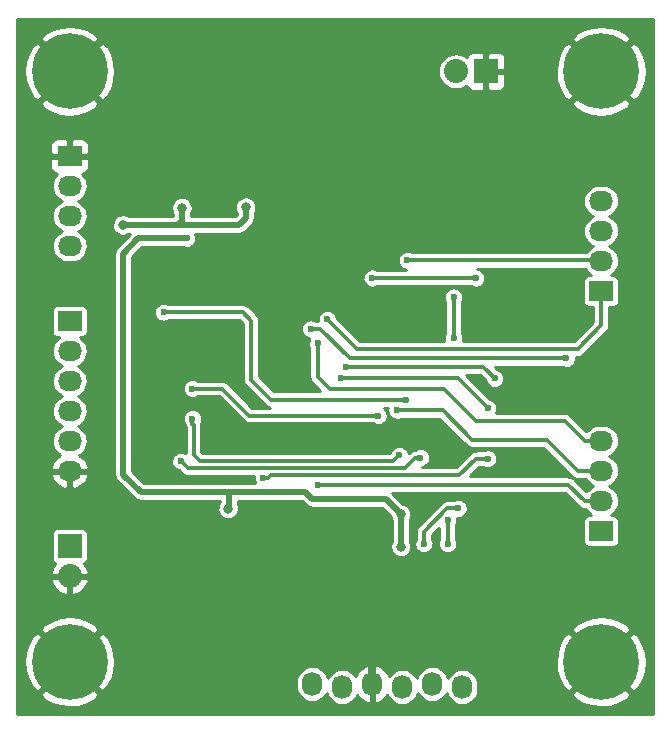
<source format=gbl>
G04 #@! TF.FileFunction,Copper,L2,Bot,Signal*
%FSLAX46Y46*%
G04 Gerber Fmt 4.6, Leading zero omitted, Abs format (unit mm)*
G04 Created by KiCad (PCBNEW 4.0.6-e0-6349~53~ubuntu16.04.1) date Thu May 25 23:31:25 2017*
%MOMM*%
%LPD*%
G01*
G04 APERTURE LIST*
%ADD10C,0.050000*%
%ADD11C,6.400000*%
%ADD12O,1.727200X2.032000*%
%ADD13R,2.032000X1.727200*%
%ADD14O,2.032000X1.727200*%
%ADD15R,2.032000X2.032000*%
%ADD16O,2.032000X2.032000*%
%ADD17C,0.600000*%
%ADD18C,0.800000*%
%ADD19C,0.300000*%
%ADD20C,0.500000*%
%ADD21C,0.380000*%
%ADD22C,0.254000*%
G04 APERTURE END LIST*
D10*
D11*
X235000000Y-80000000D03*
X190000000Y-80000000D03*
X190000000Y-30000000D03*
X235000000Y-30000000D03*
D12*
X210542000Y-81873000D03*
X213082000Y-82127000D03*
X215622000Y-81873000D03*
X218162000Y-82127000D03*
X220702000Y-81873000D03*
X223242000Y-82127000D03*
D13*
X190000000Y-51145000D03*
D14*
X190000000Y-53685000D03*
X190000000Y-56225000D03*
X190000000Y-58765000D03*
X190000000Y-61305000D03*
X190000000Y-63845000D03*
D13*
X235000000Y-48620000D03*
D14*
X235000000Y-46080000D03*
X235000000Y-43540000D03*
X235000000Y-41000000D03*
D13*
X235000000Y-68925000D03*
D14*
X235000000Y-66385000D03*
X235000000Y-63845000D03*
X235000000Y-61305000D03*
D13*
X190000000Y-37175000D03*
D14*
X190000000Y-39715000D03*
X190000000Y-42255000D03*
X190000000Y-44795000D03*
D15*
X225250000Y-30000000D03*
D16*
X222710000Y-30000000D03*
D15*
X190000000Y-70195000D03*
D16*
X190000000Y-72735000D03*
D17*
X218500000Y-43800000D03*
X205000000Y-60500000D03*
X193000000Y-47000000D03*
X193000000Y-52000000D03*
X200000000Y-47000000D03*
X195800000Y-48150000D03*
X220000000Y-66500000D03*
X215500000Y-70000000D03*
X219400000Y-79600000D03*
X211800000Y-79600000D03*
X212000000Y-44200000D03*
X212000000Y-42800000D03*
X213800000Y-45600000D03*
X213800000Y-44200000D03*
X213800000Y-42800000D03*
X212000000Y-38200000D03*
X212000000Y-36800000D03*
X212000000Y-35400000D03*
X212000000Y-34000000D03*
X211400000Y-32600000D03*
X213800000Y-39600000D03*
X213800000Y-38200000D03*
X213800000Y-36800000D03*
X213800000Y-35400000D03*
X213800000Y-34000000D03*
X214400000Y-32600000D03*
X229000000Y-72000000D03*
X230450000Y-55800000D03*
X230450000Y-58150000D03*
X209400000Y-34000000D03*
D18*
X215500000Y-67500000D03*
D17*
X204600000Y-64600000D03*
X201500000Y-73400000D03*
X201500000Y-68400000D03*
X209300000Y-43400000D03*
X226800000Y-42400000D03*
X218000000Y-30000000D03*
X195800000Y-52200000D03*
X195800000Y-57400000D03*
X195857400Y-63845000D03*
X195800000Y-60000000D03*
X222500000Y-49100000D03*
X222500000Y-52600000D03*
D18*
X203425080Y-67025080D03*
X218050000Y-70250000D03*
D17*
X199900000Y-44150000D03*
D18*
X218050000Y-67500000D03*
X204900000Y-41500000D03*
X199500000Y-41550000D03*
X194500000Y-43000000D03*
D17*
X225400000Y-58500000D03*
X213000000Y-56000000D03*
X225400000Y-62800000D03*
X206400000Y-64400000D03*
X232050000Y-54300000D03*
X210400000Y-51800000D03*
X218600000Y-46000000D03*
X211800000Y-51000000D03*
X211000000Y-53000000D03*
X217700000Y-58700000D03*
X211000000Y-65000000D03*
X224400000Y-47500000D03*
X215600000Y-47500000D03*
X226000000Y-56000000D03*
X213400000Y-55000000D03*
X220000000Y-70000000D03*
X222900000Y-67000000D03*
X222000000Y-70000000D03*
X222000000Y-68000000D03*
X216130000Y-59146000D03*
X200382000Y-56860000D03*
X217900000Y-62500000D03*
X200400000Y-59400000D03*
X199400000Y-63000000D03*
X219700000Y-62700000D03*
X197950000Y-50400000D03*
X218500000Y-57800000D03*
D19*
X220000000Y-42400000D02*
X219900000Y-42400000D01*
X219900000Y-42400000D02*
X218500000Y-43800000D01*
X193000000Y-52000000D02*
X193000000Y-47000000D01*
X200000000Y-47000000D02*
X208150000Y-47000000D01*
X196950000Y-47000000D02*
X200000000Y-47000000D01*
X219000000Y-72000000D02*
X229000000Y-72000000D01*
X215500000Y-72000000D02*
X219000000Y-72000000D01*
X219000000Y-72000000D02*
X219000000Y-67500000D01*
X219000000Y-67500000D02*
X220000000Y-66500000D01*
D20*
X215500000Y-70000000D02*
X215500000Y-72000000D01*
X215500000Y-67500000D02*
X215500000Y-70000000D01*
X215500000Y-79600000D02*
X215500000Y-81751000D01*
X215500000Y-75400000D02*
X215500000Y-79600000D01*
D19*
X215500000Y-79600000D02*
X219400000Y-79600000D01*
X211800000Y-75200000D02*
X215300000Y-75200000D01*
X201500000Y-75200000D02*
X211800000Y-75200000D01*
X211800000Y-75200000D02*
X211800000Y-79600000D01*
X191436840Y-72735000D02*
X194301840Y-75600000D01*
X194301840Y-75600000D02*
X194851840Y-76150000D01*
X190000000Y-80000000D02*
X194301840Y-75698160D01*
X194301840Y-75698160D02*
X194301840Y-75600000D01*
X212000000Y-42800000D02*
X212000000Y-44200000D01*
D20*
X213800000Y-42800000D02*
X213800000Y-44200000D01*
D19*
X212000000Y-35400000D02*
X212000000Y-36800000D01*
X211400000Y-32600000D02*
X211400000Y-33400000D01*
X211400000Y-33400000D02*
X212000000Y-34000000D01*
X213800000Y-38200000D02*
X213800000Y-39600000D01*
X213800000Y-35400000D02*
X213800000Y-36800000D01*
X214400000Y-32600000D02*
X214400000Y-33400000D01*
X214400000Y-33400000D02*
X213800000Y-34000000D01*
X201500000Y-75200000D02*
X201500000Y-73400000D01*
X215300000Y-75200000D02*
X215500000Y-75400000D01*
X201500000Y-75350000D02*
X201500000Y-75200000D01*
D20*
X215500000Y-72000000D02*
X215500000Y-75400000D01*
D19*
X230450000Y-58150000D02*
X230450000Y-55800000D01*
X195800000Y-52200000D02*
X195800000Y-48150000D01*
X195800000Y-48150000D02*
X196950000Y-47000000D01*
X208150000Y-47000000D02*
X208150000Y-44550000D01*
X208150000Y-44550000D02*
X209300000Y-43400000D01*
X209300000Y-43400000D02*
X209300000Y-34100000D01*
X209300000Y-34100000D02*
X209400000Y-34000000D01*
X200700000Y-76150000D02*
X201500000Y-75350000D01*
X194851840Y-76150000D02*
X200700000Y-76150000D01*
X190000000Y-72735000D02*
X191436840Y-72735000D01*
D20*
X215500000Y-81751000D02*
X215622000Y-81873000D01*
D19*
X195857400Y-63845000D02*
X196612400Y-64600000D01*
X196612400Y-64600000D02*
X204600000Y-64600000D01*
X201500000Y-68400000D02*
X201500000Y-73400000D01*
X226800000Y-42400000D02*
X220000000Y-42400000D01*
X220000000Y-33000000D02*
X224600000Y-33000000D01*
X219000000Y-33000000D02*
X220000000Y-33000000D01*
X220000000Y-33000000D02*
X220000000Y-42400000D01*
X218000000Y-30000000D02*
X218000000Y-32000000D01*
X218000000Y-32000000D02*
X219000000Y-33000000D01*
X224600000Y-33000000D02*
X225250000Y-32350000D01*
X225250000Y-32350000D02*
X225250000Y-30000000D01*
X195800000Y-52200000D02*
X195800000Y-57400000D01*
X195800000Y-57400000D02*
X195800000Y-60000000D01*
X195800000Y-60000000D02*
X195800000Y-63787600D01*
X195800000Y-63787600D02*
X195857400Y-63845000D01*
D21*
X222500000Y-52600000D02*
X222500000Y-49100000D01*
D20*
X203500000Y-65600000D02*
X209950000Y-65600000D01*
X196000000Y-65600000D02*
X203500000Y-65600000D01*
X203500000Y-65600000D02*
X203500000Y-66950160D01*
X203500000Y-66950160D02*
X203425080Y-67025080D01*
X199900000Y-44150000D02*
X195820000Y-44150000D01*
X216750000Y-66200000D02*
X218050000Y-67500000D01*
X195820000Y-44150000D02*
X194540000Y-45430000D01*
X194540000Y-45430000D02*
X194540000Y-64140000D01*
X194540000Y-64140000D02*
X196000000Y-65600000D01*
X209950000Y-65600000D02*
X210550000Y-66200000D01*
X210550000Y-66200000D02*
X216750000Y-66200000D01*
X218050000Y-67500000D02*
X218050000Y-70250000D01*
X204350000Y-43000000D02*
X204900000Y-42450000D01*
X204900000Y-42450000D02*
X204900000Y-41500000D01*
X199150000Y-43000000D02*
X204350000Y-43000000D01*
X199150000Y-43000000D02*
X199500000Y-42650000D01*
X199500000Y-42650000D02*
X199500000Y-41550000D01*
X194500000Y-43000000D02*
X199150000Y-43000000D01*
D21*
X213424264Y-56000000D02*
X222900000Y-56000000D01*
X222900000Y-56000000D02*
X225400000Y-58500000D01*
X213000000Y-56000000D02*
X213424264Y-56000000D01*
X223000000Y-64200000D02*
X224400000Y-62800000D01*
X224400000Y-62800000D02*
X225400000Y-62800000D01*
X207024264Y-64200000D02*
X223000000Y-64200000D01*
X206400000Y-64400000D02*
X206824264Y-64400000D01*
X206824264Y-64400000D02*
X207024264Y-64200000D01*
X211100000Y-51800000D02*
X211221202Y-51800000D01*
X211221202Y-51800000D02*
X213721202Y-54300000D01*
X213721202Y-54300000D02*
X232050000Y-54300000D01*
X210400000Y-51800000D02*
X211100000Y-51800000D01*
X218600000Y-46000000D02*
X234920000Y-46000000D01*
X234920000Y-46000000D02*
X235000000Y-46080000D01*
X233000000Y-53500000D02*
X235000000Y-51500000D01*
X235000000Y-51500000D02*
X235000000Y-48620000D01*
X214300000Y-53500000D02*
X233000000Y-53500000D01*
X211800000Y-51000000D02*
X214300000Y-53500000D01*
X211000000Y-55900000D02*
X211000000Y-53000000D01*
X212000000Y-56900000D02*
X211000000Y-55900000D01*
X221700000Y-56900000D02*
X212000000Y-56900000D01*
X224400000Y-59600000D02*
X221700000Y-56900000D01*
X231899000Y-59600000D02*
X224400000Y-59600000D01*
X235000000Y-61305000D02*
X233604000Y-61305000D01*
X233604000Y-61305000D02*
X231899000Y-59600000D01*
X217700000Y-58700000D02*
X221600000Y-58700000D01*
X221600000Y-58700000D02*
X224100000Y-61200000D01*
X233045000Y-63845000D02*
X235000000Y-63845000D01*
X224100000Y-61200000D02*
X230400000Y-61200000D01*
X230400000Y-61200000D02*
X233045000Y-63845000D01*
X211000000Y-65000000D02*
X232219000Y-65000000D01*
X232219000Y-65000000D02*
X233604000Y-66385000D01*
X233604000Y-66385000D02*
X235000000Y-66385000D01*
X215600000Y-47500000D02*
X224400000Y-47500000D01*
X213400000Y-55000000D02*
X225000000Y-55000000D01*
X225000000Y-55000000D02*
X226000000Y-56000000D01*
X222900000Y-67000000D02*
X221978798Y-67000000D01*
X221978798Y-67000000D02*
X220000000Y-68978798D01*
X220000000Y-68978798D02*
X220000000Y-70000000D01*
X222000000Y-68000000D02*
X222000000Y-70000000D01*
D19*
X202922000Y-56860000D02*
X205208000Y-59146000D01*
X205208000Y-59146000D02*
X216130000Y-59146000D01*
X201398000Y-56860000D02*
X202922000Y-56860000D01*
X200382000Y-56860000D02*
X201398000Y-56860000D01*
X201000000Y-63000000D02*
X217400000Y-63000000D01*
X217400000Y-63000000D02*
X217900000Y-62500000D01*
X200500000Y-62500000D02*
X201000000Y-63000000D01*
X200500000Y-59924264D02*
X200500000Y-62500000D01*
X200400000Y-59400000D02*
X200400000Y-59824264D01*
X200400000Y-59824264D02*
X200500000Y-59924264D01*
X218375736Y-63600000D02*
X200000000Y-63600000D01*
X200000000Y-63600000D02*
X199400000Y-63000000D01*
X219700000Y-62700000D02*
X219275736Y-62700000D01*
X219275736Y-62700000D02*
X218375736Y-63600000D01*
D21*
X205350000Y-51100000D02*
X204650000Y-50400000D01*
X204650000Y-50400000D02*
X197950000Y-50400000D01*
X205350000Y-56100000D02*
X205350000Y-51100000D01*
X207050000Y-57800000D02*
X205350000Y-56100000D01*
X218500000Y-57800000D02*
X207050000Y-57800000D01*
D22*
G36*
X239418000Y-84418000D02*
X185582000Y-84418000D01*
X185582000Y-82700881D01*
X187478724Y-82700881D01*
X187838912Y-83190548D01*
X188502882Y-83550849D01*
X189224385Y-83774694D01*
X189975695Y-83853480D01*
X190727938Y-83784178D01*
X191452208Y-83569452D01*
X192120670Y-83217555D01*
X192161088Y-83190548D01*
X192521276Y-82700881D01*
X190000000Y-80179605D01*
X187478724Y-82700881D01*
X185582000Y-82700881D01*
X185582000Y-79975695D01*
X186146520Y-79975695D01*
X186215822Y-80727938D01*
X186430548Y-81452208D01*
X186782445Y-82120670D01*
X186809452Y-82161088D01*
X187299119Y-82521276D01*
X189820395Y-80000000D01*
X190179605Y-80000000D01*
X192700881Y-82521276D01*
X193190548Y-82161088D01*
X193433576Y-81713231D01*
X209171400Y-81713231D01*
X209171400Y-82032769D01*
X209197503Y-82298987D01*
X209274817Y-82555064D01*
X209400398Y-82791247D01*
X209569462Y-82998541D01*
X209775570Y-83169048D01*
X210010871Y-83296275D01*
X210266403Y-83375375D01*
X210532431Y-83403336D01*
X210798825Y-83379092D01*
X211055436Y-83303567D01*
X211292490Y-83179638D01*
X211500959Y-83012025D01*
X211672901Y-82807113D01*
X211764128Y-82641172D01*
X211814817Y-82809064D01*
X211940398Y-83045247D01*
X212109462Y-83252541D01*
X212315570Y-83423048D01*
X212550871Y-83550275D01*
X212806403Y-83629375D01*
X213072431Y-83657336D01*
X213338825Y-83633092D01*
X213595436Y-83557567D01*
X213832490Y-83433638D01*
X214040959Y-83266025D01*
X214212901Y-83061113D01*
X214341767Y-82826706D01*
X214346930Y-82810429D01*
X214503514Y-83024729D01*
X214719965Y-83223733D01*
X214971081Y-83376686D01*
X215247211Y-83477709D01*
X215262974Y-83480358D01*
X215495000Y-83359217D01*
X215495000Y-82000000D01*
X215475000Y-82000000D01*
X215475000Y-81746000D01*
X215495000Y-81746000D01*
X215495000Y-80386783D01*
X215749000Y-80386783D01*
X215749000Y-81746000D01*
X215769000Y-81746000D01*
X215769000Y-82000000D01*
X215749000Y-82000000D01*
X215749000Y-83359217D01*
X215981026Y-83480358D01*
X215996789Y-83477709D01*
X216272919Y-83376686D01*
X216524035Y-83223733D01*
X216740486Y-83024729D01*
X216896186Y-82811638D01*
X217020398Y-83045247D01*
X217189462Y-83252541D01*
X217395570Y-83423048D01*
X217630871Y-83550275D01*
X217886403Y-83629375D01*
X218152431Y-83657336D01*
X218418825Y-83633092D01*
X218675436Y-83557567D01*
X218912490Y-83433638D01*
X219120959Y-83266025D01*
X219292901Y-83061113D01*
X219421767Y-82826706D01*
X219480614Y-82641196D01*
X219560398Y-82791247D01*
X219729462Y-82998541D01*
X219935570Y-83169048D01*
X220170871Y-83296275D01*
X220426403Y-83375375D01*
X220692431Y-83403336D01*
X220958825Y-83379092D01*
X221215436Y-83303567D01*
X221452490Y-83179638D01*
X221660959Y-83012025D01*
X221832901Y-82807113D01*
X221924128Y-82641172D01*
X221974817Y-82809064D01*
X222100398Y-83045247D01*
X222269462Y-83252541D01*
X222475570Y-83423048D01*
X222710871Y-83550275D01*
X222966403Y-83629375D01*
X223232431Y-83657336D01*
X223498825Y-83633092D01*
X223755436Y-83557567D01*
X223992490Y-83433638D01*
X224200959Y-83266025D01*
X224372901Y-83061113D01*
X224501767Y-82826706D01*
X224541680Y-82700881D01*
X232478724Y-82700881D01*
X232838912Y-83190548D01*
X233502882Y-83550849D01*
X234224385Y-83774694D01*
X234975695Y-83853480D01*
X235727938Y-83784178D01*
X236452208Y-83569452D01*
X237120670Y-83217555D01*
X237161088Y-83190548D01*
X237521276Y-82700881D01*
X235000000Y-80179605D01*
X232478724Y-82700881D01*
X224541680Y-82700881D01*
X224582649Y-82571733D01*
X224612466Y-82305906D01*
X224612600Y-82286769D01*
X224612600Y-81967231D01*
X224586497Y-81701013D01*
X224509183Y-81444936D01*
X224383602Y-81208753D01*
X224214538Y-81001459D01*
X224008430Y-80830952D01*
X223773129Y-80703725D01*
X223517597Y-80624625D01*
X223251569Y-80596664D01*
X222985175Y-80620908D01*
X222728564Y-80696433D01*
X222491510Y-80820362D01*
X222283041Y-80987975D01*
X222111099Y-81192887D01*
X222019872Y-81358828D01*
X221969183Y-81190936D01*
X221843602Y-80954753D01*
X221674538Y-80747459D01*
X221468430Y-80576952D01*
X221233129Y-80449725D01*
X220977597Y-80370625D01*
X220711569Y-80342664D01*
X220445175Y-80366908D01*
X220188564Y-80442433D01*
X219951510Y-80566362D01*
X219743041Y-80733975D01*
X219571099Y-80938887D01*
X219442233Y-81173294D01*
X219383386Y-81358804D01*
X219303602Y-81208753D01*
X219134538Y-81001459D01*
X218928430Y-80830952D01*
X218693129Y-80703725D01*
X218437597Y-80624625D01*
X218171569Y-80596664D01*
X217905175Y-80620908D01*
X217648564Y-80696433D01*
X217411510Y-80820362D01*
X217203041Y-80987975D01*
X217031099Y-81192887D01*
X217026542Y-81201177D01*
X216913954Y-80958679D01*
X216740486Y-80721271D01*
X216524035Y-80522267D01*
X216272919Y-80369314D01*
X215996789Y-80268291D01*
X215981026Y-80265642D01*
X215749000Y-80386783D01*
X215495000Y-80386783D01*
X215262974Y-80265642D01*
X215247211Y-80268291D01*
X214971081Y-80369314D01*
X214719965Y-80522267D01*
X214503514Y-80721271D01*
X214330046Y-80958679D01*
X214217445Y-81201204D01*
X214054538Y-81001459D01*
X213848430Y-80830952D01*
X213613129Y-80703725D01*
X213357597Y-80624625D01*
X213091569Y-80596664D01*
X212825175Y-80620908D01*
X212568564Y-80696433D01*
X212331510Y-80820362D01*
X212123041Y-80987975D01*
X211951099Y-81192887D01*
X211859872Y-81358828D01*
X211809183Y-81190936D01*
X211683602Y-80954753D01*
X211514538Y-80747459D01*
X211308430Y-80576952D01*
X211073129Y-80449725D01*
X210817597Y-80370625D01*
X210551569Y-80342664D01*
X210285175Y-80366908D01*
X210028564Y-80442433D01*
X209791510Y-80566362D01*
X209583041Y-80733975D01*
X209411099Y-80938887D01*
X209282233Y-81173294D01*
X209201351Y-81428267D01*
X209171534Y-81694094D01*
X209171400Y-81713231D01*
X193433576Y-81713231D01*
X193550849Y-81497118D01*
X193774694Y-80775615D01*
X193853480Y-80024305D01*
X193849002Y-79975695D01*
X231146520Y-79975695D01*
X231215822Y-80727938D01*
X231430548Y-81452208D01*
X231782445Y-82120670D01*
X231809452Y-82161088D01*
X232299119Y-82521276D01*
X234820395Y-80000000D01*
X235179605Y-80000000D01*
X237700881Y-82521276D01*
X238190548Y-82161088D01*
X238550849Y-81497118D01*
X238774694Y-80775615D01*
X238853480Y-80024305D01*
X238784178Y-79272062D01*
X238569452Y-78547792D01*
X238217555Y-77879330D01*
X238190548Y-77838912D01*
X237700881Y-77478724D01*
X235179605Y-80000000D01*
X234820395Y-80000000D01*
X232299119Y-77478724D01*
X231809452Y-77838912D01*
X231449151Y-78502882D01*
X231225306Y-79224385D01*
X231146520Y-79975695D01*
X193849002Y-79975695D01*
X193784178Y-79272062D01*
X193569452Y-78547792D01*
X193217555Y-77879330D01*
X193190548Y-77838912D01*
X192700881Y-77478724D01*
X190179605Y-80000000D01*
X189820395Y-80000000D01*
X187299119Y-77478724D01*
X186809452Y-77838912D01*
X186449151Y-78502882D01*
X186225306Y-79224385D01*
X186146520Y-79975695D01*
X185582000Y-79975695D01*
X185582000Y-77299119D01*
X187478724Y-77299119D01*
X190000000Y-79820395D01*
X192521276Y-77299119D01*
X232478724Y-77299119D01*
X235000000Y-79820395D01*
X237521276Y-77299119D01*
X237161088Y-76809452D01*
X236497118Y-76449151D01*
X235775615Y-76225306D01*
X235024305Y-76146520D01*
X234272062Y-76215822D01*
X233547792Y-76430548D01*
X232879330Y-76782445D01*
X232838912Y-76809452D01*
X232478724Y-77299119D01*
X192521276Y-77299119D01*
X192161088Y-76809452D01*
X191497118Y-76449151D01*
X190775615Y-76225306D01*
X190024305Y-76146520D01*
X189272062Y-76215822D01*
X188547792Y-76430548D01*
X187879330Y-76782445D01*
X187838912Y-76809452D01*
X187478724Y-77299119D01*
X185582000Y-77299119D01*
X185582000Y-73117945D01*
X188394022Y-73117945D01*
X188499589Y-73423898D01*
X188662816Y-73703377D01*
X188877431Y-73945642D01*
X189135185Y-74141382D01*
X189426174Y-74283076D01*
X189617056Y-74340975D01*
X189873000Y-74221836D01*
X189873000Y-72862000D01*
X190127000Y-72862000D01*
X190127000Y-74221836D01*
X190382944Y-74340975D01*
X190573826Y-74283076D01*
X190864815Y-74141382D01*
X191122569Y-73945642D01*
X191337184Y-73703377D01*
X191500411Y-73423898D01*
X191605978Y-73117945D01*
X191487362Y-72862000D01*
X190127000Y-72862000D01*
X189873000Y-72862000D01*
X188512638Y-72862000D01*
X188394022Y-73117945D01*
X185582000Y-73117945D01*
X185582000Y-72352055D01*
X188394022Y-72352055D01*
X188512638Y-72608000D01*
X189873000Y-72608000D01*
X189873000Y-72588000D01*
X190127000Y-72588000D01*
X190127000Y-72608000D01*
X191487362Y-72608000D01*
X191605978Y-72352055D01*
X191500411Y-72046102D01*
X191337184Y-71766623D01*
X191245550Y-71663184D01*
X191299037Y-71634595D01*
X191376238Y-71571238D01*
X191439595Y-71494037D01*
X191486673Y-71405959D01*
X191515664Y-71310389D01*
X191525453Y-71211000D01*
X191525453Y-69179000D01*
X191515664Y-69079611D01*
X191486673Y-68984041D01*
X191439595Y-68895963D01*
X191376238Y-68818762D01*
X191299037Y-68755405D01*
X191210959Y-68708327D01*
X191115389Y-68679336D01*
X191016000Y-68669547D01*
X188984000Y-68669547D01*
X188884611Y-68679336D01*
X188789041Y-68708327D01*
X188700963Y-68755405D01*
X188623762Y-68818762D01*
X188560405Y-68895963D01*
X188513327Y-68984041D01*
X188484336Y-69079611D01*
X188474547Y-69179000D01*
X188474547Y-71211000D01*
X188484336Y-71310389D01*
X188513327Y-71405959D01*
X188560405Y-71494037D01*
X188623762Y-71571238D01*
X188700963Y-71634595D01*
X188754450Y-71663184D01*
X188662816Y-71766623D01*
X188499589Y-72046102D01*
X188394022Y-72352055D01*
X185582000Y-72352055D01*
X185582000Y-64204026D01*
X188392642Y-64204026D01*
X188395291Y-64219789D01*
X188496314Y-64495919D01*
X188649267Y-64747035D01*
X188848271Y-64963486D01*
X189085679Y-65136954D01*
X189352367Y-65260773D01*
X189638086Y-65330185D01*
X189873000Y-65185925D01*
X189873000Y-63972000D01*
X190127000Y-63972000D01*
X190127000Y-65185925D01*
X190361914Y-65330185D01*
X190647633Y-65260773D01*
X190914321Y-65136954D01*
X191151729Y-64963486D01*
X191350733Y-64747035D01*
X191503686Y-64495919D01*
X191604709Y-64219789D01*
X191607358Y-64204026D01*
X191486217Y-63972000D01*
X190127000Y-63972000D01*
X189873000Y-63972000D01*
X188513783Y-63972000D01*
X188392642Y-64204026D01*
X185582000Y-64204026D01*
X185582000Y-63485974D01*
X188392642Y-63485974D01*
X188513783Y-63718000D01*
X189873000Y-63718000D01*
X189873000Y-63698000D01*
X190127000Y-63698000D01*
X190127000Y-63718000D01*
X191486217Y-63718000D01*
X191607358Y-63485974D01*
X191604709Y-63470211D01*
X191503686Y-63194081D01*
X191350733Y-62942965D01*
X191151729Y-62726514D01*
X190914321Y-62553046D01*
X190809545Y-62504400D01*
X190918247Y-62446602D01*
X191125541Y-62277538D01*
X191296048Y-62071430D01*
X191423275Y-61836129D01*
X191502375Y-61580597D01*
X191530336Y-61314569D01*
X191506092Y-61048175D01*
X191430567Y-60791564D01*
X191306638Y-60554510D01*
X191139025Y-60346041D01*
X190934113Y-60174099D01*
X190699706Y-60045233D01*
X190670025Y-60035818D01*
X190682064Y-60032183D01*
X190918247Y-59906602D01*
X191125541Y-59737538D01*
X191296048Y-59531430D01*
X191423275Y-59296129D01*
X191502375Y-59040597D01*
X191530336Y-58774569D01*
X191506092Y-58508175D01*
X191430567Y-58251564D01*
X191306638Y-58014510D01*
X191139025Y-57806041D01*
X190934113Y-57634099D01*
X190699706Y-57505233D01*
X190670025Y-57495818D01*
X190682064Y-57492183D01*
X190918247Y-57366602D01*
X191125541Y-57197538D01*
X191296048Y-56991430D01*
X191423275Y-56756129D01*
X191502375Y-56500597D01*
X191530336Y-56234569D01*
X191506092Y-55968175D01*
X191430567Y-55711564D01*
X191306638Y-55474510D01*
X191139025Y-55266041D01*
X190934113Y-55094099D01*
X190699706Y-54965233D01*
X190670025Y-54955818D01*
X190682064Y-54952183D01*
X190918247Y-54826602D01*
X191125541Y-54657538D01*
X191296048Y-54451430D01*
X191423275Y-54216129D01*
X191502375Y-53960597D01*
X191530336Y-53694569D01*
X191506092Y-53428175D01*
X191430567Y-53171564D01*
X191306638Y-52934510D01*
X191139025Y-52726041D01*
X190934113Y-52554099D01*
X190868545Y-52518053D01*
X191016000Y-52518053D01*
X191115389Y-52508264D01*
X191210959Y-52479273D01*
X191299037Y-52432195D01*
X191376238Y-52368838D01*
X191439595Y-52291637D01*
X191486673Y-52203559D01*
X191515664Y-52107989D01*
X191525453Y-52008600D01*
X191525453Y-50281400D01*
X191515664Y-50182011D01*
X191486673Y-50086441D01*
X191439595Y-49998363D01*
X191376238Y-49921162D01*
X191299037Y-49857805D01*
X191210959Y-49810727D01*
X191115389Y-49781736D01*
X191016000Y-49771947D01*
X188984000Y-49771947D01*
X188884611Y-49781736D01*
X188789041Y-49810727D01*
X188700963Y-49857805D01*
X188623762Y-49921162D01*
X188560405Y-49998363D01*
X188513327Y-50086441D01*
X188484336Y-50182011D01*
X188474547Y-50281400D01*
X188474547Y-52008600D01*
X188484336Y-52107989D01*
X188513327Y-52203559D01*
X188560405Y-52291637D01*
X188623762Y-52368838D01*
X188700963Y-52432195D01*
X188789041Y-52479273D01*
X188884611Y-52508264D01*
X188984000Y-52518053D01*
X189129420Y-52518053D01*
X189081753Y-52543398D01*
X188874459Y-52712462D01*
X188703952Y-52918570D01*
X188576725Y-53153871D01*
X188497625Y-53409403D01*
X188469664Y-53675431D01*
X188493908Y-53941825D01*
X188569433Y-54198436D01*
X188693362Y-54435490D01*
X188860975Y-54643959D01*
X189065887Y-54815901D01*
X189300294Y-54944767D01*
X189329975Y-54954182D01*
X189317936Y-54957817D01*
X189081753Y-55083398D01*
X188874459Y-55252462D01*
X188703952Y-55458570D01*
X188576725Y-55693871D01*
X188497625Y-55949403D01*
X188469664Y-56215431D01*
X188493908Y-56481825D01*
X188569433Y-56738436D01*
X188693362Y-56975490D01*
X188860975Y-57183959D01*
X189065887Y-57355901D01*
X189300294Y-57484767D01*
X189329975Y-57494182D01*
X189317936Y-57497817D01*
X189081753Y-57623398D01*
X188874459Y-57792462D01*
X188703952Y-57998570D01*
X188576725Y-58233871D01*
X188497625Y-58489403D01*
X188469664Y-58755431D01*
X188493908Y-59021825D01*
X188569433Y-59278436D01*
X188693362Y-59515490D01*
X188860975Y-59723959D01*
X189065887Y-59895901D01*
X189300294Y-60024767D01*
X189329975Y-60034182D01*
X189317936Y-60037817D01*
X189081753Y-60163398D01*
X188874459Y-60332462D01*
X188703952Y-60538570D01*
X188576725Y-60773871D01*
X188497625Y-61029403D01*
X188469664Y-61295431D01*
X188493908Y-61561825D01*
X188569433Y-61818436D01*
X188693362Y-62055490D01*
X188860975Y-62263959D01*
X189065887Y-62435901D01*
X189190472Y-62504392D01*
X189085679Y-62553046D01*
X188848271Y-62726514D01*
X188649267Y-62942965D01*
X188496314Y-63194081D01*
X188395291Y-63470211D01*
X188392642Y-63485974D01*
X185582000Y-63485974D01*
X185582000Y-37460750D01*
X188349000Y-37460750D01*
X188349000Y-38101142D01*
X188373403Y-38223823D01*
X188421270Y-38339385D01*
X188490763Y-38443389D01*
X188579211Y-38531837D01*
X188683215Y-38601330D01*
X188798777Y-38649197D01*
X188921458Y-38673600D01*
X188958893Y-38673600D01*
X188874459Y-38742462D01*
X188703952Y-38948570D01*
X188576725Y-39183871D01*
X188497625Y-39439403D01*
X188469664Y-39705431D01*
X188493908Y-39971825D01*
X188569433Y-40228436D01*
X188693362Y-40465490D01*
X188860975Y-40673959D01*
X189065887Y-40845901D01*
X189300294Y-40974767D01*
X189329975Y-40984182D01*
X189317936Y-40987817D01*
X189081753Y-41113398D01*
X188874459Y-41282462D01*
X188703952Y-41488570D01*
X188576725Y-41723871D01*
X188497625Y-41979403D01*
X188469664Y-42245431D01*
X188493908Y-42511825D01*
X188569433Y-42768436D01*
X188693362Y-43005490D01*
X188860975Y-43213959D01*
X189065887Y-43385901D01*
X189300294Y-43514767D01*
X189329975Y-43524182D01*
X189317936Y-43527817D01*
X189081753Y-43653398D01*
X188874459Y-43822462D01*
X188703952Y-44028570D01*
X188576725Y-44263871D01*
X188497625Y-44519403D01*
X188469664Y-44785431D01*
X188493908Y-45051825D01*
X188569433Y-45308436D01*
X188693362Y-45545490D01*
X188860975Y-45753959D01*
X189065887Y-45925901D01*
X189300294Y-46054767D01*
X189555267Y-46135649D01*
X189821094Y-46165466D01*
X189840231Y-46165600D01*
X190159769Y-46165600D01*
X190425987Y-46139497D01*
X190682064Y-46062183D01*
X190918247Y-45936602D01*
X191125541Y-45767538D01*
X191296048Y-45561430D01*
X191423275Y-45326129D01*
X191502375Y-45070597D01*
X191530336Y-44804569D01*
X191506092Y-44538175D01*
X191430567Y-44281564D01*
X191306638Y-44044510D01*
X191139025Y-43836041D01*
X190934113Y-43664099D01*
X190699706Y-43535233D01*
X190670025Y-43525818D01*
X190682064Y-43522183D01*
X190918247Y-43396602D01*
X191125541Y-43227538D01*
X191250686Y-43076263D01*
X193591807Y-43076263D01*
X193623917Y-43251213D01*
X193689396Y-43416594D01*
X193785750Y-43566107D01*
X193909311Y-43694058D01*
X194055370Y-43795572D01*
X194218365Y-43866782D01*
X194392088Y-43904978D01*
X194569921Y-43908703D01*
X194745091Y-43877816D01*
X194910925Y-43813493D01*
X194999943Y-43757000D01*
X195142440Y-43757000D01*
X194004720Y-44894720D01*
X193960332Y-44948759D01*
X193915389Y-45002320D01*
X193913471Y-45005809D01*
X193910945Y-45008884D01*
X193877894Y-45070524D01*
X193844215Y-45131786D01*
X193843012Y-45135578D01*
X193841130Y-45139088D01*
X193820685Y-45205961D01*
X193799542Y-45272611D01*
X193799098Y-45276569D01*
X193797935Y-45280373D01*
X193790872Y-45349911D01*
X193783074Y-45419431D01*
X193783019Y-45427215D01*
X193783005Y-45427358D01*
X193783018Y-45427491D01*
X193783000Y-45430000D01*
X193783000Y-64140000D01*
X193789821Y-64209568D01*
X193795918Y-64279251D01*
X193797029Y-64283074D01*
X193797417Y-64287035D01*
X193817634Y-64353997D01*
X193837137Y-64421125D01*
X193838968Y-64424657D01*
X193840119Y-64428470D01*
X193872934Y-64490186D01*
X193905126Y-64552292D01*
X193907613Y-64555407D01*
X193909479Y-64558917D01*
X193953648Y-64613074D01*
X193997299Y-64667754D01*
X194002764Y-64673296D01*
X194002855Y-64673408D01*
X194002959Y-64673494D01*
X194004720Y-64675280D01*
X195464720Y-66135280D01*
X195518759Y-66179668D01*
X195572320Y-66224611D01*
X195575809Y-66226529D01*
X195578884Y-66229055D01*
X195640505Y-66262096D01*
X195701786Y-66295785D01*
X195705580Y-66296989D01*
X195709089Y-66298870D01*
X195775934Y-66319307D01*
X195842611Y-66340458D01*
X195846570Y-66340902D01*
X195850374Y-66342065D01*
X195919906Y-66349128D01*
X195989431Y-66356926D01*
X195997215Y-66356981D01*
X195997358Y-66356995D01*
X195997491Y-66356982D01*
X196000000Y-66357000D01*
X202743000Y-66357000D01*
X202743000Y-66423499D01*
X202726916Y-66439250D01*
X202626424Y-66586015D01*
X202556353Y-66749503D01*
X202519371Y-66923488D01*
X202516887Y-67101343D01*
X202548997Y-67276293D01*
X202614476Y-67441674D01*
X202710830Y-67591187D01*
X202834391Y-67719138D01*
X202980450Y-67820652D01*
X203143445Y-67891862D01*
X203317168Y-67930058D01*
X203495001Y-67933783D01*
X203670171Y-67902896D01*
X203836005Y-67838573D01*
X203986187Y-67743264D01*
X204114997Y-67620600D01*
X204217528Y-67475253D01*
X204289875Y-67312759D01*
X204329282Y-67139307D01*
X204332119Y-66936144D01*
X204297570Y-66761660D01*
X204257000Y-66663229D01*
X204257000Y-66357000D01*
X209636440Y-66357000D01*
X210014720Y-66735280D01*
X210068759Y-66779668D01*
X210122320Y-66824611D01*
X210125809Y-66826529D01*
X210128884Y-66829055D01*
X210190524Y-66862106D01*
X210251786Y-66895785D01*
X210255578Y-66896988D01*
X210259088Y-66898870D01*
X210325961Y-66919315D01*
X210392611Y-66940458D01*
X210396569Y-66940902D01*
X210400373Y-66942065D01*
X210469916Y-66949129D01*
X210539431Y-66956926D01*
X210547214Y-66956980D01*
X210547357Y-66956995D01*
X210547490Y-66956982D01*
X210550000Y-66957000D01*
X216436440Y-66957000D01*
X217161163Y-67681723D01*
X217173917Y-67751213D01*
X217239396Y-67916594D01*
X217293000Y-67999772D01*
X217293000Y-69750098D01*
X217251344Y-69810935D01*
X217181273Y-69974423D01*
X217144291Y-70148408D01*
X217141807Y-70326263D01*
X217173917Y-70501213D01*
X217239396Y-70666594D01*
X217335750Y-70816107D01*
X217459311Y-70944058D01*
X217605370Y-71045572D01*
X217768365Y-71116782D01*
X217942088Y-71154978D01*
X218119921Y-71158703D01*
X218295091Y-71127816D01*
X218460925Y-71063493D01*
X218611107Y-70968184D01*
X218739917Y-70845520D01*
X218842448Y-70700173D01*
X218914795Y-70537679D01*
X218954202Y-70364227D01*
X218957039Y-70161064D01*
X218938583Y-70067855D01*
X219191939Y-70067855D01*
X219220508Y-70223516D01*
X219278768Y-70370663D01*
X219364499Y-70503692D01*
X219474436Y-70617535D01*
X219604392Y-70707857D01*
X219749417Y-70771216D01*
X219903986Y-70805201D01*
X220062212Y-70808515D01*
X220218068Y-70781033D01*
X220365619Y-70723802D01*
X220499243Y-70639002D01*
X220613851Y-70529862D01*
X220705078Y-70400540D01*
X220769448Y-70255961D01*
X220804511Y-70101633D01*
X220807035Y-69920870D01*
X220776295Y-69765623D01*
X220715987Y-69619303D01*
X220697000Y-69590725D01*
X220697000Y-69267504D01*
X221303000Y-68661504D01*
X221303000Y-69589480D01*
X221289399Y-69609344D01*
X221227053Y-69754807D01*
X221194149Y-69909609D01*
X221191939Y-70067855D01*
X221220508Y-70223516D01*
X221278768Y-70370663D01*
X221364499Y-70503692D01*
X221474436Y-70617535D01*
X221604392Y-70707857D01*
X221749417Y-70771216D01*
X221903986Y-70805201D01*
X222062212Y-70808515D01*
X222218068Y-70781033D01*
X222365619Y-70723802D01*
X222499243Y-70639002D01*
X222613851Y-70529862D01*
X222705078Y-70400540D01*
X222769448Y-70255961D01*
X222804511Y-70101633D01*
X222807035Y-69920870D01*
X222776295Y-69765623D01*
X222715987Y-69619303D01*
X222697000Y-69590725D01*
X222697000Y-68411991D01*
X222705078Y-68400540D01*
X222769448Y-68255961D01*
X222804511Y-68101633D01*
X222807035Y-67920870D01*
X222783228Y-67800637D01*
X222803986Y-67805201D01*
X222962212Y-67808515D01*
X223118068Y-67781033D01*
X223265619Y-67723802D01*
X223399243Y-67639002D01*
X223513851Y-67529862D01*
X223605078Y-67400540D01*
X223669448Y-67255961D01*
X223704511Y-67101633D01*
X223707035Y-66920870D01*
X223676295Y-66765623D01*
X223615987Y-66619303D01*
X223528406Y-66487484D01*
X223416890Y-66375187D01*
X223285686Y-66286689D01*
X223139791Y-66225360D01*
X222984763Y-66193537D01*
X222826506Y-66192432D01*
X222671048Y-66222088D01*
X222524311Y-66281373D01*
X222491262Y-66303000D01*
X221978798Y-66303000D01*
X221914679Y-66309287D01*
X221850584Y-66314894D01*
X221847065Y-66315916D01*
X221843417Y-66316274D01*
X221781772Y-66334886D01*
X221719955Y-66352845D01*
X221716702Y-66354531D01*
X221713192Y-66355591D01*
X221656335Y-66385823D01*
X221599184Y-66415447D01*
X221596320Y-66417734D01*
X221593084Y-66419454D01*
X221543197Y-66460141D01*
X221492874Y-66500313D01*
X221487777Y-66505340D01*
X221487668Y-66505429D01*
X221487584Y-66505530D01*
X221485945Y-66507147D01*
X219507147Y-68485945D01*
X219466286Y-68535690D01*
X219424896Y-68585016D01*
X219423130Y-68588228D01*
X219420804Y-68591060D01*
X219390370Y-68647819D01*
X219359363Y-68704220D01*
X219358256Y-68707711D01*
X219356522Y-68710944D01*
X219337689Y-68772544D01*
X219318231Y-68833884D01*
X219317822Y-68837526D01*
X219316751Y-68841031D01*
X219310244Y-68905092D01*
X219303068Y-68969066D01*
X219303018Y-68976228D01*
X219303004Y-68976365D01*
X219303016Y-68976493D01*
X219303000Y-68978798D01*
X219303000Y-69589480D01*
X219289399Y-69609344D01*
X219227053Y-69754807D01*
X219194149Y-69909609D01*
X219191939Y-70067855D01*
X218938583Y-70067855D01*
X218922490Y-69986580D01*
X218854709Y-69822129D01*
X218807000Y-69750321D01*
X218807000Y-68000424D01*
X218842448Y-67950173D01*
X218914795Y-67787679D01*
X218954202Y-67614227D01*
X218957039Y-67411064D01*
X218922490Y-67236580D01*
X218854709Y-67072129D01*
X218756276Y-66923975D01*
X218630941Y-66797763D01*
X218483479Y-66698298D01*
X218319505Y-66629370D01*
X218231960Y-66611400D01*
X217317560Y-65697000D01*
X231930294Y-65697000D01*
X233111147Y-66877854D01*
X233160921Y-66918739D01*
X233210218Y-66960104D01*
X233213430Y-66961870D01*
X233216262Y-66964196D01*
X233273021Y-66994630D01*
X233329422Y-67025637D01*
X233332913Y-67026744D01*
X233336146Y-67028478D01*
X233397746Y-67047311D01*
X233459086Y-67066769D01*
X233462728Y-67067178D01*
X233466233Y-67068249D01*
X233530294Y-67074756D01*
X233594268Y-67081932D01*
X233601430Y-67081982D01*
X233601567Y-67081996D01*
X233601695Y-67081984D01*
X233604000Y-67082000D01*
X233665398Y-67082000D01*
X233693362Y-67135490D01*
X233860975Y-67343959D01*
X234065887Y-67515901D01*
X234131455Y-67551947D01*
X233984000Y-67551947D01*
X233884611Y-67561736D01*
X233789041Y-67590727D01*
X233700963Y-67637805D01*
X233623762Y-67701162D01*
X233560405Y-67778363D01*
X233513327Y-67866441D01*
X233484336Y-67962011D01*
X233474547Y-68061400D01*
X233474547Y-69788600D01*
X233484336Y-69887989D01*
X233513327Y-69983559D01*
X233560405Y-70071637D01*
X233623762Y-70148838D01*
X233700963Y-70212195D01*
X233789041Y-70259273D01*
X233884611Y-70288264D01*
X233984000Y-70298053D01*
X236016000Y-70298053D01*
X236115389Y-70288264D01*
X236210959Y-70259273D01*
X236299037Y-70212195D01*
X236376238Y-70148838D01*
X236439595Y-70071637D01*
X236486673Y-69983559D01*
X236515664Y-69887989D01*
X236525453Y-69788600D01*
X236525453Y-68061400D01*
X236515664Y-67962011D01*
X236486673Y-67866441D01*
X236439595Y-67778363D01*
X236376238Y-67701162D01*
X236299037Y-67637805D01*
X236210959Y-67590727D01*
X236115389Y-67561736D01*
X236016000Y-67551947D01*
X235870580Y-67551947D01*
X235918247Y-67526602D01*
X236125541Y-67357538D01*
X236296048Y-67151430D01*
X236423275Y-66916129D01*
X236502375Y-66660597D01*
X236530336Y-66394569D01*
X236506092Y-66128175D01*
X236430567Y-65871564D01*
X236306638Y-65634510D01*
X236139025Y-65426041D01*
X235934113Y-65254099D01*
X235699706Y-65125233D01*
X235670025Y-65115818D01*
X235682064Y-65112183D01*
X235918247Y-64986602D01*
X236125541Y-64817538D01*
X236296048Y-64611430D01*
X236423275Y-64376129D01*
X236502375Y-64120597D01*
X236530336Y-63854569D01*
X236506092Y-63588175D01*
X236430567Y-63331564D01*
X236306638Y-63094510D01*
X236139025Y-62886041D01*
X235934113Y-62714099D01*
X235699706Y-62585233D01*
X235670025Y-62575818D01*
X235682064Y-62572183D01*
X235918247Y-62446602D01*
X236125541Y-62277538D01*
X236296048Y-62071430D01*
X236423275Y-61836129D01*
X236502375Y-61580597D01*
X236530336Y-61314569D01*
X236506092Y-61048175D01*
X236430567Y-60791564D01*
X236306638Y-60554510D01*
X236139025Y-60346041D01*
X235934113Y-60174099D01*
X235699706Y-60045233D01*
X235444733Y-59964351D01*
X235178906Y-59934534D01*
X235159769Y-59934400D01*
X234840231Y-59934400D01*
X234574013Y-59960503D01*
X234317936Y-60037817D01*
X234081753Y-60163398D01*
X233874459Y-60332462D01*
X233757975Y-60473268D01*
X232391853Y-59107147D01*
X232342108Y-59066286D01*
X232292782Y-59024896D01*
X232289570Y-59023130D01*
X232286738Y-59020804D01*
X232229979Y-58990370D01*
X232173578Y-58959363D01*
X232170087Y-58958256D01*
X232166854Y-58956522D01*
X232105254Y-58937689D01*
X232043914Y-58918231D01*
X232040272Y-58917822D01*
X232036767Y-58916751D01*
X231972706Y-58910244D01*
X231908732Y-58903068D01*
X231901570Y-58903018D01*
X231901433Y-58903004D01*
X231901305Y-58903016D01*
X231899000Y-58903000D01*
X226103343Y-58903000D01*
X226105078Y-58900540D01*
X226169448Y-58755961D01*
X226204511Y-58601633D01*
X226207035Y-58420870D01*
X226176295Y-58265623D01*
X226115987Y-58119303D01*
X226028406Y-57987484D01*
X225916890Y-57875187D01*
X225785686Y-57786689D01*
X225639791Y-57725360D01*
X225603647Y-57717941D01*
X223582706Y-55697000D01*
X224711294Y-55697000D01*
X225216619Y-56202326D01*
X225220508Y-56223516D01*
X225278768Y-56370663D01*
X225364499Y-56503692D01*
X225474436Y-56617535D01*
X225604392Y-56707857D01*
X225749417Y-56771216D01*
X225903986Y-56805201D01*
X226062212Y-56808515D01*
X226218068Y-56781033D01*
X226365619Y-56723802D01*
X226499243Y-56639002D01*
X226613851Y-56529862D01*
X226705078Y-56400540D01*
X226769448Y-56255961D01*
X226804511Y-56101633D01*
X226807035Y-55920870D01*
X226776295Y-55765623D01*
X226715987Y-55619303D01*
X226628406Y-55487484D01*
X226516890Y-55375187D01*
X226385686Y-55286689D01*
X226239791Y-55225360D01*
X226203647Y-55217941D01*
X225982706Y-54997000D01*
X231638771Y-54997000D01*
X231654392Y-55007857D01*
X231799417Y-55071216D01*
X231953986Y-55105201D01*
X232112212Y-55108515D01*
X232268068Y-55081033D01*
X232415619Y-55023802D01*
X232549243Y-54939002D01*
X232663851Y-54829862D01*
X232755078Y-54700540D01*
X232819448Y-54555961D01*
X232854511Y-54401633D01*
X232857035Y-54220870D01*
X232852309Y-54197000D01*
X233000000Y-54197000D01*
X233064119Y-54190713D01*
X233128214Y-54185106D01*
X233131733Y-54184084D01*
X233135381Y-54183726D01*
X233197026Y-54165114D01*
X233258843Y-54147155D01*
X233262096Y-54145469D01*
X233265606Y-54144409D01*
X233322463Y-54114177D01*
X233379614Y-54084553D01*
X233382478Y-54082266D01*
X233385714Y-54080546D01*
X233435601Y-54039859D01*
X233485924Y-53999687D01*
X233491021Y-53994660D01*
X233491130Y-53994571D01*
X233491214Y-53994470D01*
X233492853Y-53992853D01*
X235492853Y-51992854D01*
X235533753Y-51943062D01*
X235575104Y-51893782D01*
X235576868Y-51890573D01*
X235579196Y-51887739D01*
X235609642Y-51830958D01*
X235640637Y-51774578D01*
X235641744Y-51771087D01*
X235643478Y-51767854D01*
X235662311Y-51706254D01*
X235681769Y-51644914D01*
X235682178Y-51641272D01*
X235683249Y-51637767D01*
X235689756Y-51573706D01*
X235696932Y-51509732D01*
X235696982Y-51502570D01*
X235696996Y-51502433D01*
X235696984Y-51502305D01*
X235697000Y-51500000D01*
X235697000Y-49993053D01*
X236016000Y-49993053D01*
X236115389Y-49983264D01*
X236210959Y-49954273D01*
X236299037Y-49907195D01*
X236376238Y-49843838D01*
X236439595Y-49766637D01*
X236486673Y-49678559D01*
X236515664Y-49582989D01*
X236525453Y-49483600D01*
X236525453Y-47756400D01*
X236515664Y-47657011D01*
X236486673Y-47561441D01*
X236439595Y-47473363D01*
X236376238Y-47396162D01*
X236299037Y-47332805D01*
X236210959Y-47285727D01*
X236115389Y-47256736D01*
X236016000Y-47246947D01*
X235870580Y-47246947D01*
X235918247Y-47221602D01*
X236125541Y-47052538D01*
X236296048Y-46846430D01*
X236423275Y-46611129D01*
X236502375Y-46355597D01*
X236530336Y-46089569D01*
X236506092Y-45823175D01*
X236430567Y-45566564D01*
X236306638Y-45329510D01*
X236139025Y-45121041D01*
X235934113Y-44949099D01*
X235699706Y-44820233D01*
X235670025Y-44810818D01*
X235682064Y-44807183D01*
X235918247Y-44681602D01*
X236125541Y-44512538D01*
X236296048Y-44306430D01*
X236423275Y-44071129D01*
X236502375Y-43815597D01*
X236530336Y-43549569D01*
X236506092Y-43283175D01*
X236430567Y-43026564D01*
X236306638Y-42789510D01*
X236139025Y-42581041D01*
X235934113Y-42409099D01*
X235699706Y-42280233D01*
X235670025Y-42270818D01*
X235682064Y-42267183D01*
X235918247Y-42141602D01*
X236125541Y-41972538D01*
X236296048Y-41766430D01*
X236423275Y-41531129D01*
X236502375Y-41275597D01*
X236530336Y-41009569D01*
X236506092Y-40743175D01*
X236430567Y-40486564D01*
X236306638Y-40249510D01*
X236139025Y-40041041D01*
X235934113Y-39869099D01*
X235699706Y-39740233D01*
X235444733Y-39659351D01*
X235178906Y-39629534D01*
X235159769Y-39629400D01*
X234840231Y-39629400D01*
X234574013Y-39655503D01*
X234317936Y-39732817D01*
X234081753Y-39858398D01*
X233874459Y-40027462D01*
X233703952Y-40233570D01*
X233576725Y-40468871D01*
X233497625Y-40724403D01*
X233469664Y-40990431D01*
X233493908Y-41256825D01*
X233569433Y-41513436D01*
X233693362Y-41750490D01*
X233860975Y-41958959D01*
X234065887Y-42130901D01*
X234300294Y-42259767D01*
X234329975Y-42269182D01*
X234317936Y-42272817D01*
X234081753Y-42398398D01*
X233874459Y-42567462D01*
X233703952Y-42773570D01*
X233576725Y-43008871D01*
X233497625Y-43264403D01*
X233469664Y-43530431D01*
X233493908Y-43796825D01*
X233569433Y-44053436D01*
X233693362Y-44290490D01*
X233860975Y-44498959D01*
X234065887Y-44670901D01*
X234300294Y-44799767D01*
X234329975Y-44809182D01*
X234317936Y-44812817D01*
X234081753Y-44938398D01*
X233874459Y-45107462D01*
X233712696Y-45303000D01*
X219009868Y-45303000D01*
X218985686Y-45286689D01*
X218839791Y-45225360D01*
X218684763Y-45193537D01*
X218526506Y-45192432D01*
X218371048Y-45222088D01*
X218224311Y-45281373D01*
X218091884Y-45368031D01*
X217978811Y-45478760D01*
X217889399Y-45609344D01*
X217827053Y-45754807D01*
X217794149Y-45909609D01*
X217791939Y-46067855D01*
X217820508Y-46223516D01*
X217878768Y-46370663D01*
X217964499Y-46503692D01*
X218074436Y-46617535D01*
X218204392Y-46707857D01*
X218349417Y-46771216D01*
X218493976Y-46803000D01*
X216009868Y-46803000D01*
X215985686Y-46786689D01*
X215839791Y-46725360D01*
X215684763Y-46693537D01*
X215526506Y-46692432D01*
X215371048Y-46722088D01*
X215224311Y-46781373D01*
X215091884Y-46868031D01*
X214978811Y-46978760D01*
X214889399Y-47109344D01*
X214827053Y-47254807D01*
X214794149Y-47409609D01*
X214791939Y-47567855D01*
X214820508Y-47723516D01*
X214878768Y-47870663D01*
X214964499Y-48003692D01*
X215074436Y-48117535D01*
X215204392Y-48207857D01*
X215349417Y-48271216D01*
X215503986Y-48305201D01*
X215662212Y-48308515D01*
X215818068Y-48281033D01*
X215965619Y-48223802D01*
X216007852Y-48197000D01*
X223988771Y-48197000D01*
X224004392Y-48207857D01*
X224149417Y-48271216D01*
X224303986Y-48305201D01*
X224462212Y-48308515D01*
X224618068Y-48281033D01*
X224765619Y-48223802D01*
X224899243Y-48139002D01*
X225013851Y-48029862D01*
X225105078Y-47900540D01*
X225169448Y-47755961D01*
X225204511Y-47601633D01*
X225207035Y-47420870D01*
X225176295Y-47265623D01*
X225115987Y-47119303D01*
X225028406Y-46987484D01*
X224916890Y-46875187D01*
X224785686Y-46786689D01*
X224639791Y-46725360D01*
X224501633Y-46697000D01*
X233623575Y-46697000D01*
X233693362Y-46830490D01*
X233860975Y-47038959D01*
X234065887Y-47210901D01*
X234131455Y-47246947D01*
X233984000Y-47246947D01*
X233884611Y-47256736D01*
X233789041Y-47285727D01*
X233700963Y-47332805D01*
X233623762Y-47396162D01*
X233560405Y-47473363D01*
X233513327Y-47561441D01*
X233484336Y-47657011D01*
X233474547Y-47756400D01*
X233474547Y-49483600D01*
X233484336Y-49582989D01*
X233513327Y-49678559D01*
X233560405Y-49766637D01*
X233623762Y-49843838D01*
X233700963Y-49907195D01*
X233789041Y-49954273D01*
X233884611Y-49983264D01*
X233984000Y-49993053D01*
X234303000Y-49993053D01*
X234303000Y-51211293D01*
X232711294Y-52803000D01*
X223281481Y-52803000D01*
X223304511Y-52701633D01*
X223307035Y-52520870D01*
X223276295Y-52365623D01*
X223215987Y-52219303D01*
X223197000Y-52190725D01*
X223197000Y-49511991D01*
X223205078Y-49500540D01*
X223269448Y-49355961D01*
X223304511Y-49201633D01*
X223307035Y-49020870D01*
X223276295Y-48865623D01*
X223215987Y-48719303D01*
X223128406Y-48587484D01*
X223016890Y-48475187D01*
X222885686Y-48386689D01*
X222739791Y-48325360D01*
X222584763Y-48293537D01*
X222426506Y-48292432D01*
X222271048Y-48322088D01*
X222124311Y-48381373D01*
X221991884Y-48468031D01*
X221878811Y-48578760D01*
X221789399Y-48709344D01*
X221727053Y-48854807D01*
X221694149Y-49009609D01*
X221691939Y-49167855D01*
X221720508Y-49323516D01*
X221778768Y-49470663D01*
X221803000Y-49508264D01*
X221803000Y-52189480D01*
X221789399Y-52209344D01*
X221727053Y-52354807D01*
X221694149Y-52509609D01*
X221691939Y-52667855D01*
X221716743Y-52803000D01*
X214588706Y-52803000D01*
X212582459Y-50796753D01*
X212576295Y-50765623D01*
X212515987Y-50619303D01*
X212428406Y-50487484D01*
X212316890Y-50375187D01*
X212185686Y-50286689D01*
X212039791Y-50225360D01*
X211884763Y-50193537D01*
X211726506Y-50192432D01*
X211571048Y-50222088D01*
X211424311Y-50281373D01*
X211291884Y-50368031D01*
X211178811Y-50478760D01*
X211089399Y-50609344D01*
X211027053Y-50754807D01*
X210994149Y-50909609D01*
X210991939Y-51067855D01*
X210998389Y-51103000D01*
X210809868Y-51103000D01*
X210785686Y-51086689D01*
X210639791Y-51025360D01*
X210484763Y-50993537D01*
X210326506Y-50992432D01*
X210171048Y-51022088D01*
X210024311Y-51081373D01*
X209891884Y-51168031D01*
X209778811Y-51278760D01*
X209689399Y-51409344D01*
X209627053Y-51554807D01*
X209594149Y-51709609D01*
X209591939Y-51867855D01*
X209620508Y-52023516D01*
X209678768Y-52170663D01*
X209764499Y-52303692D01*
X209874436Y-52417535D01*
X210004392Y-52507857D01*
X210149417Y-52571216D01*
X210293773Y-52602956D01*
X210289399Y-52609344D01*
X210227053Y-52754807D01*
X210194149Y-52909609D01*
X210191939Y-53067855D01*
X210220508Y-53223516D01*
X210278768Y-53370663D01*
X210303000Y-53408264D01*
X210303000Y-55900000D01*
X210309287Y-55964119D01*
X210314894Y-56028214D01*
X210315916Y-56031733D01*
X210316274Y-56035381D01*
X210334886Y-56097026D01*
X210352845Y-56158843D01*
X210354531Y-56162096D01*
X210355591Y-56165606D01*
X210385823Y-56222463D01*
X210415447Y-56279614D01*
X210417734Y-56282478D01*
X210419454Y-56285714D01*
X210460141Y-56335601D01*
X210500313Y-56385924D01*
X210505340Y-56391021D01*
X210505429Y-56391130D01*
X210505530Y-56391214D01*
X210507147Y-56392853D01*
X211217293Y-57103000D01*
X207338706Y-57103000D01*
X206047000Y-55811294D01*
X206047000Y-51100000D01*
X206040714Y-51035885D01*
X206035106Y-50971786D01*
X206034084Y-50968267D01*
X206033726Y-50964619D01*
X206015100Y-50902927D01*
X205997154Y-50841157D01*
X205995470Y-50837908D01*
X205994409Y-50834394D01*
X205964159Y-50777502D01*
X205934553Y-50720386D01*
X205932266Y-50717522D01*
X205930546Y-50714286D01*
X205889859Y-50664399D01*
X205849687Y-50614076D01*
X205844657Y-50608975D01*
X205844571Y-50608870D01*
X205844474Y-50608790D01*
X205842853Y-50607146D01*
X205142853Y-49907147D01*
X205093108Y-49866286D01*
X205043782Y-49824896D01*
X205040570Y-49823130D01*
X205037738Y-49820804D01*
X204980979Y-49790370D01*
X204924578Y-49759363D01*
X204921087Y-49758256D01*
X204917854Y-49756522D01*
X204856254Y-49737689D01*
X204794914Y-49718231D01*
X204791272Y-49717822D01*
X204787767Y-49716751D01*
X204723706Y-49710244D01*
X204659732Y-49703068D01*
X204652570Y-49703018D01*
X204652433Y-49703004D01*
X204652305Y-49703016D01*
X204650000Y-49703000D01*
X198359868Y-49703000D01*
X198335686Y-49686689D01*
X198189791Y-49625360D01*
X198034763Y-49593537D01*
X197876506Y-49592432D01*
X197721048Y-49622088D01*
X197574311Y-49681373D01*
X197441884Y-49768031D01*
X197328811Y-49878760D01*
X197239399Y-50009344D01*
X197177053Y-50154807D01*
X197144149Y-50309609D01*
X197141939Y-50467855D01*
X197170508Y-50623516D01*
X197228768Y-50770663D01*
X197314499Y-50903692D01*
X197424436Y-51017535D01*
X197554392Y-51107857D01*
X197699417Y-51171216D01*
X197853986Y-51205201D01*
X198012212Y-51208515D01*
X198168068Y-51181033D01*
X198315619Y-51123802D01*
X198357852Y-51097000D01*
X204361294Y-51097000D01*
X204653000Y-51388707D01*
X204653000Y-56100000D01*
X204659287Y-56164119D01*
X204664894Y-56228214D01*
X204665916Y-56231733D01*
X204666274Y-56235381D01*
X204684886Y-56297026D01*
X204702845Y-56358843D01*
X204704531Y-56362096D01*
X204705591Y-56365606D01*
X204735823Y-56422463D01*
X204765447Y-56479614D01*
X204767734Y-56482478D01*
X204769454Y-56485714D01*
X204810141Y-56535601D01*
X204850313Y-56585924D01*
X204855340Y-56591021D01*
X204855429Y-56591130D01*
X204855530Y-56591214D01*
X204857147Y-56592853D01*
X206557147Y-58292853D01*
X206606914Y-58333732D01*
X206656218Y-58375104D01*
X206659427Y-58376868D01*
X206662261Y-58379196D01*
X206719042Y-58409642D01*
X206775422Y-58440637D01*
X206778913Y-58441744D01*
X206782146Y-58443478D01*
X206843746Y-58462311D01*
X206905086Y-58481769D01*
X206908728Y-58482178D01*
X206912233Y-58483249D01*
X206968849Y-58489000D01*
X205480138Y-58489000D01*
X203386569Y-56395431D01*
X203339679Y-56356915D01*
X203293183Y-56317900D01*
X203290158Y-56316237D01*
X203287487Y-56314043D01*
X203233997Y-56285362D01*
X203180820Y-56256128D01*
X203177526Y-56255083D01*
X203174482Y-56253451D01*
X203116463Y-56235713D01*
X203058598Y-56217357D01*
X203055164Y-56216972D01*
X203051861Y-56215962D01*
X202991495Y-56209830D01*
X202931173Y-56203064D01*
X202924420Y-56203017D01*
X202924293Y-56203004D01*
X202924175Y-56203015D01*
X202922000Y-56203000D01*
X200851171Y-56203000D01*
X200767686Y-56146689D01*
X200621791Y-56085360D01*
X200466763Y-56053537D01*
X200308506Y-56052432D01*
X200153048Y-56082088D01*
X200006311Y-56141373D01*
X199873884Y-56228031D01*
X199760811Y-56338760D01*
X199671399Y-56469344D01*
X199609053Y-56614807D01*
X199576149Y-56769609D01*
X199573939Y-56927855D01*
X199602508Y-57083516D01*
X199660768Y-57230663D01*
X199746499Y-57363692D01*
X199856436Y-57477535D01*
X199986392Y-57567857D01*
X200131417Y-57631216D01*
X200285986Y-57665201D01*
X200444212Y-57668515D01*
X200600068Y-57641033D01*
X200747619Y-57583802D01*
X200852883Y-57517000D01*
X202649862Y-57517000D01*
X204743431Y-59610569D01*
X204790321Y-59649085D01*
X204836817Y-59688100D01*
X204839842Y-59689763D01*
X204842513Y-59691957D01*
X204896021Y-59720648D01*
X204949180Y-59749872D01*
X204952472Y-59750916D01*
X204955517Y-59752549D01*
X205013551Y-59770292D01*
X205071402Y-59788643D01*
X205074836Y-59789028D01*
X205078139Y-59790038D01*
X205138505Y-59796170D01*
X205198827Y-59802936D01*
X205205580Y-59802983D01*
X205205707Y-59802996D01*
X205205825Y-59802985D01*
X205208000Y-59803000D01*
X215661219Y-59803000D01*
X215734392Y-59853857D01*
X215879417Y-59917216D01*
X216033986Y-59951201D01*
X216192212Y-59954515D01*
X216348068Y-59927033D01*
X216495619Y-59869802D01*
X216629243Y-59785002D01*
X216743851Y-59675862D01*
X216835078Y-59546540D01*
X216899448Y-59401961D01*
X216934511Y-59247633D01*
X216937035Y-59066870D01*
X216906295Y-58911623D01*
X216845987Y-58765303D01*
X216758406Y-58633484D01*
X216646890Y-58521187D01*
X216611031Y-58497000D01*
X216918085Y-58497000D01*
X216894149Y-58609609D01*
X216891939Y-58767855D01*
X216920508Y-58923516D01*
X216978768Y-59070663D01*
X217064499Y-59203692D01*
X217174436Y-59317535D01*
X217304392Y-59407857D01*
X217449417Y-59471216D01*
X217603986Y-59505201D01*
X217762212Y-59508515D01*
X217918068Y-59481033D01*
X218065619Y-59423802D01*
X218107852Y-59397000D01*
X221311294Y-59397000D01*
X223607147Y-61692853D01*
X223656892Y-61733714D01*
X223706218Y-61775104D01*
X223709430Y-61776870D01*
X223712262Y-61779196D01*
X223769021Y-61809630D01*
X223825422Y-61840637D01*
X223828913Y-61841744D01*
X223832146Y-61843478D01*
X223893746Y-61862311D01*
X223955086Y-61881769D01*
X223958728Y-61882178D01*
X223962233Y-61883249D01*
X224026294Y-61889756D01*
X224090268Y-61896932D01*
X224097430Y-61896982D01*
X224097567Y-61896996D01*
X224097695Y-61896984D01*
X224100000Y-61897000D01*
X230111294Y-61897000D01*
X232552147Y-64337854D01*
X232601921Y-64378739D01*
X232651218Y-64420104D01*
X232654430Y-64421870D01*
X232657262Y-64424196D01*
X232714021Y-64454630D01*
X232770422Y-64485637D01*
X232773913Y-64486744D01*
X232777146Y-64488478D01*
X232838746Y-64507311D01*
X232900086Y-64526769D01*
X232903728Y-64527178D01*
X232907233Y-64528249D01*
X232971294Y-64534756D01*
X233035268Y-64541932D01*
X233042430Y-64541982D01*
X233042567Y-64541996D01*
X233042695Y-64541984D01*
X233045000Y-64542000D01*
X233665398Y-64542000D01*
X233693362Y-64595490D01*
X233860975Y-64803959D01*
X234065887Y-64975901D01*
X234300294Y-65104767D01*
X234329975Y-65114182D01*
X234317936Y-65117817D01*
X234081753Y-65243398D01*
X233874459Y-65412462D01*
X233757975Y-65553268D01*
X232711853Y-64507147D01*
X232662108Y-64466286D01*
X232612782Y-64424896D01*
X232609570Y-64423130D01*
X232606738Y-64420804D01*
X232549979Y-64390370D01*
X232493578Y-64359363D01*
X232490087Y-64358256D01*
X232486854Y-64356522D01*
X232425254Y-64337689D01*
X232363914Y-64318231D01*
X232360272Y-64317822D01*
X232356767Y-64316751D01*
X232292706Y-64310244D01*
X232228732Y-64303068D01*
X232221570Y-64303018D01*
X232221433Y-64303004D01*
X232221305Y-64303016D01*
X232219000Y-64303000D01*
X223882706Y-64303000D01*
X224688706Y-63497000D01*
X224988771Y-63497000D01*
X225004392Y-63507857D01*
X225149417Y-63571216D01*
X225303986Y-63605201D01*
X225462212Y-63608515D01*
X225618068Y-63581033D01*
X225765619Y-63523802D01*
X225899243Y-63439002D01*
X226013851Y-63329862D01*
X226105078Y-63200540D01*
X226169448Y-63055961D01*
X226204511Y-62901633D01*
X226207035Y-62720870D01*
X226176295Y-62565623D01*
X226115987Y-62419303D01*
X226028406Y-62287484D01*
X225916890Y-62175187D01*
X225785686Y-62086689D01*
X225639791Y-62025360D01*
X225484763Y-61993537D01*
X225326506Y-61992432D01*
X225171048Y-62022088D01*
X225024311Y-62081373D01*
X224991262Y-62103000D01*
X224400000Y-62103000D01*
X224335881Y-62109287D01*
X224271786Y-62114894D01*
X224268267Y-62115916D01*
X224264619Y-62116274D01*
X224202974Y-62134886D01*
X224141157Y-62152845D01*
X224137904Y-62154531D01*
X224134394Y-62155591D01*
X224077537Y-62185823D01*
X224020386Y-62215447D01*
X224017522Y-62217734D01*
X224014286Y-62219454D01*
X223964399Y-62260141D01*
X223914076Y-62300313D01*
X223908979Y-62305340D01*
X223908870Y-62305429D01*
X223908786Y-62305530D01*
X223907147Y-62307147D01*
X222711294Y-63503000D01*
X219793489Y-63503000D01*
X219918068Y-63481033D01*
X220065619Y-63423802D01*
X220199243Y-63339002D01*
X220313851Y-63229862D01*
X220405078Y-63100540D01*
X220469448Y-62955961D01*
X220504511Y-62801633D01*
X220507035Y-62620870D01*
X220476295Y-62465623D01*
X220415987Y-62319303D01*
X220328406Y-62187484D01*
X220216890Y-62075187D01*
X220085686Y-61986689D01*
X219939791Y-61925360D01*
X219784763Y-61893537D01*
X219626506Y-61892432D01*
X219471048Y-61922088D01*
X219324311Y-61981373D01*
X219222099Y-62048259D01*
X219215295Y-62048926D01*
X219154879Y-62054212D01*
X219151566Y-62055175D01*
X219148124Y-62055512D01*
X219089982Y-62073066D01*
X219031747Y-62089985D01*
X219028681Y-62091574D01*
X219025373Y-62092573D01*
X218971777Y-62121071D01*
X218917908Y-62148994D01*
X218915208Y-62151149D01*
X218912158Y-62152771D01*
X218865126Y-62191129D01*
X218817698Y-62228990D01*
X218812893Y-62233729D01*
X218812791Y-62233812D01*
X218812713Y-62233906D01*
X218811167Y-62235431D01*
X218693597Y-62353001D01*
X218676295Y-62265623D01*
X218615987Y-62119303D01*
X218528406Y-61987484D01*
X218416890Y-61875187D01*
X218285686Y-61786689D01*
X218139791Y-61725360D01*
X217984763Y-61693537D01*
X217826506Y-61692432D01*
X217671048Y-61722088D01*
X217524311Y-61781373D01*
X217391884Y-61868031D01*
X217278811Y-61978760D01*
X217189399Y-62109344D01*
X217127053Y-62254807D01*
X217108307Y-62343000D01*
X201272138Y-62343000D01*
X201157000Y-62227862D01*
X201157000Y-59924264D01*
X201151074Y-59863823D01*
X201145788Y-59803407D01*
X201144825Y-59800094D01*
X201144488Y-59796652D01*
X201129262Y-59746221D01*
X201169448Y-59655961D01*
X201204511Y-59501633D01*
X201207035Y-59320870D01*
X201176295Y-59165623D01*
X201115987Y-59019303D01*
X201028406Y-58887484D01*
X200916890Y-58775187D01*
X200785686Y-58686689D01*
X200639791Y-58625360D01*
X200484763Y-58593537D01*
X200326506Y-58592432D01*
X200171048Y-58622088D01*
X200024311Y-58681373D01*
X199891884Y-58768031D01*
X199778811Y-58878760D01*
X199689399Y-59009344D01*
X199627053Y-59154807D01*
X199594149Y-59309609D01*
X199591939Y-59467855D01*
X199620508Y-59623516D01*
X199678768Y-59770663D01*
X199748327Y-59878598D01*
X199748921Y-59884655D01*
X199754211Y-59945121D01*
X199755175Y-59948439D01*
X199755512Y-59951876D01*
X199773054Y-60009976D01*
X199789985Y-60068253D01*
X199791574Y-60071319D01*
X199792573Y-60074627D01*
X199821050Y-60128183D01*
X199843000Y-60170530D01*
X199843000Y-62325348D01*
X199785686Y-62286689D01*
X199639791Y-62225360D01*
X199484763Y-62193537D01*
X199326506Y-62192432D01*
X199171048Y-62222088D01*
X199024311Y-62281373D01*
X198891884Y-62368031D01*
X198778811Y-62478760D01*
X198689399Y-62609344D01*
X198627053Y-62754807D01*
X198594149Y-62909609D01*
X198591939Y-63067855D01*
X198620508Y-63223516D01*
X198678768Y-63370663D01*
X198764499Y-63503692D01*
X198874436Y-63617535D01*
X199004392Y-63707857D01*
X199149417Y-63771216D01*
X199268193Y-63797331D01*
X199535431Y-64064569D01*
X199582321Y-64103085D01*
X199628817Y-64142100D01*
X199631842Y-64143763D01*
X199634513Y-64145957D01*
X199688003Y-64174638D01*
X199741180Y-64203872D01*
X199744474Y-64204917D01*
X199747518Y-64206549D01*
X199805537Y-64224287D01*
X199863402Y-64242643D01*
X199866836Y-64243028D01*
X199870139Y-64244038D01*
X199930505Y-64250170D01*
X199990827Y-64256936D01*
X199997580Y-64256983D01*
X199997707Y-64256996D01*
X199997825Y-64256985D01*
X200000000Y-64257000D01*
X205605331Y-64257000D01*
X205594149Y-64309609D01*
X205591939Y-64467855D01*
X205620508Y-64623516D01*
X205678768Y-64770663D01*
X205725386Y-64843000D01*
X196313560Y-64843000D01*
X195297000Y-63826440D01*
X195297000Y-45743560D01*
X196133560Y-44907000D01*
X199616877Y-44907000D01*
X199649417Y-44921216D01*
X199803986Y-44955201D01*
X199962212Y-44958515D01*
X200118068Y-44931033D01*
X200265619Y-44873802D01*
X200399243Y-44789002D01*
X200513851Y-44679862D01*
X200605078Y-44550540D01*
X200669448Y-44405961D01*
X200704511Y-44251633D01*
X200707035Y-44070870D01*
X200676295Y-43915623D01*
X200615987Y-43769303D01*
X200607813Y-43757000D01*
X204350000Y-43757000D01*
X204419568Y-43750179D01*
X204489251Y-43744082D01*
X204493074Y-43742971D01*
X204497035Y-43742583D01*
X204563997Y-43722366D01*
X204631125Y-43702863D01*
X204634657Y-43701032D01*
X204638470Y-43699881D01*
X204700186Y-43667066D01*
X204762292Y-43634874D01*
X204765407Y-43632387D01*
X204768917Y-43630521D01*
X204823074Y-43586352D01*
X204877754Y-43542701D01*
X204883296Y-43537236D01*
X204883408Y-43537145D01*
X204883494Y-43537041D01*
X204885280Y-43535280D01*
X205435280Y-42985280D01*
X205479668Y-42931241D01*
X205524611Y-42877680D01*
X205526529Y-42874191D01*
X205529055Y-42871116D01*
X205562087Y-42809511D01*
X205595785Y-42748214D01*
X205596989Y-42744418D01*
X205598869Y-42740912D01*
X205619287Y-42674126D01*
X205640458Y-42607389D01*
X205640902Y-42603426D01*
X205642064Y-42599627D01*
X205649123Y-42530134D01*
X205656926Y-42460569D01*
X205656980Y-42452786D01*
X205656995Y-42452643D01*
X205656982Y-42452510D01*
X205657000Y-42450000D01*
X205657000Y-42000424D01*
X205692448Y-41950173D01*
X205764795Y-41787679D01*
X205804202Y-41614227D01*
X205807039Y-41411064D01*
X205772490Y-41236580D01*
X205704709Y-41072129D01*
X205606276Y-40923975D01*
X205480941Y-40797763D01*
X205333479Y-40698298D01*
X205169505Y-40629370D01*
X204995266Y-40593604D01*
X204817398Y-40592362D01*
X204642677Y-40625692D01*
X204477757Y-40692324D01*
X204328920Y-40789720D01*
X204201836Y-40914170D01*
X204101344Y-41060935D01*
X204031273Y-41224423D01*
X203994291Y-41398408D01*
X203991807Y-41576263D01*
X204023917Y-41751213D01*
X204089396Y-41916594D01*
X204143000Y-41999772D01*
X204143000Y-42136440D01*
X204036440Y-42243000D01*
X200257000Y-42243000D01*
X200257000Y-42050424D01*
X200292448Y-42000173D01*
X200364795Y-41837679D01*
X200404202Y-41664227D01*
X200407039Y-41461064D01*
X200372490Y-41286580D01*
X200304709Y-41122129D01*
X200206276Y-40973975D01*
X200080941Y-40847763D01*
X199933479Y-40748298D01*
X199769505Y-40679370D01*
X199595266Y-40643604D01*
X199417398Y-40642362D01*
X199242677Y-40675692D01*
X199077757Y-40742324D01*
X198928920Y-40839720D01*
X198801836Y-40964170D01*
X198701344Y-41110935D01*
X198631273Y-41274423D01*
X198594291Y-41448408D01*
X198591807Y-41626263D01*
X198623917Y-41801213D01*
X198689396Y-41966594D01*
X198743000Y-42049772D01*
X198743000Y-42243000D01*
X194999752Y-42243000D01*
X194933479Y-42198298D01*
X194769505Y-42129370D01*
X194595266Y-42093604D01*
X194417398Y-42092362D01*
X194242677Y-42125692D01*
X194077757Y-42192324D01*
X193928920Y-42289720D01*
X193801836Y-42414170D01*
X193701344Y-42560935D01*
X193631273Y-42724423D01*
X193594291Y-42898408D01*
X193591807Y-43076263D01*
X191250686Y-43076263D01*
X191296048Y-43021430D01*
X191423275Y-42786129D01*
X191502375Y-42530597D01*
X191530336Y-42264569D01*
X191506092Y-41998175D01*
X191430567Y-41741564D01*
X191306638Y-41504510D01*
X191139025Y-41296041D01*
X190934113Y-41124099D01*
X190699706Y-40995233D01*
X190670025Y-40985818D01*
X190682064Y-40982183D01*
X190918247Y-40856602D01*
X191125541Y-40687538D01*
X191296048Y-40481430D01*
X191423275Y-40246129D01*
X191502375Y-39990597D01*
X191530336Y-39724569D01*
X191506092Y-39458175D01*
X191430567Y-39201564D01*
X191306638Y-38964510D01*
X191139025Y-38756041D01*
X191040776Y-38673600D01*
X191078542Y-38673600D01*
X191201223Y-38649197D01*
X191316785Y-38601330D01*
X191420789Y-38531837D01*
X191509237Y-38443389D01*
X191578730Y-38339385D01*
X191626597Y-38223823D01*
X191651000Y-38101142D01*
X191651000Y-37460750D01*
X191492250Y-37302000D01*
X190127000Y-37302000D01*
X190127000Y-37322000D01*
X189873000Y-37322000D01*
X189873000Y-37302000D01*
X188507750Y-37302000D01*
X188349000Y-37460750D01*
X185582000Y-37460750D01*
X185582000Y-36248858D01*
X188349000Y-36248858D01*
X188349000Y-36889250D01*
X188507750Y-37048000D01*
X189873000Y-37048000D01*
X189873000Y-35835150D01*
X190127000Y-35835150D01*
X190127000Y-37048000D01*
X191492250Y-37048000D01*
X191651000Y-36889250D01*
X191651000Y-36248858D01*
X191626597Y-36126177D01*
X191578730Y-36010615D01*
X191509237Y-35906611D01*
X191420789Y-35818163D01*
X191316785Y-35748670D01*
X191201223Y-35700803D01*
X191078542Y-35676400D01*
X190285750Y-35676400D01*
X190127000Y-35835150D01*
X189873000Y-35835150D01*
X189714250Y-35676400D01*
X188921458Y-35676400D01*
X188798777Y-35700803D01*
X188683215Y-35748670D01*
X188579211Y-35818163D01*
X188490763Y-35906611D01*
X188421270Y-36010615D01*
X188373403Y-36126177D01*
X188349000Y-36248858D01*
X185582000Y-36248858D01*
X185582000Y-32700881D01*
X187478724Y-32700881D01*
X187838912Y-33190548D01*
X188502882Y-33550849D01*
X189224385Y-33774694D01*
X189975695Y-33853480D01*
X190727938Y-33784178D01*
X191452208Y-33569452D01*
X192120670Y-33217555D01*
X192161088Y-33190548D01*
X192521276Y-32700881D01*
X232478724Y-32700881D01*
X232838912Y-33190548D01*
X233502882Y-33550849D01*
X234224385Y-33774694D01*
X234975695Y-33853480D01*
X235727938Y-33784178D01*
X236452208Y-33569452D01*
X237120670Y-33217555D01*
X237161088Y-33190548D01*
X237521276Y-32700881D01*
X235000000Y-30179605D01*
X232478724Y-32700881D01*
X192521276Y-32700881D01*
X190000000Y-30179605D01*
X187478724Y-32700881D01*
X185582000Y-32700881D01*
X185582000Y-29975695D01*
X186146520Y-29975695D01*
X186215822Y-30727938D01*
X186430548Y-31452208D01*
X186782445Y-32120670D01*
X186809452Y-32161088D01*
X187299119Y-32521276D01*
X189820395Y-30000000D01*
X190179605Y-30000000D01*
X192700881Y-32521276D01*
X193190548Y-32161088D01*
X193550849Y-31497118D01*
X193774694Y-30775615D01*
X193853480Y-30024305D01*
X193850262Y-29989368D01*
X221179668Y-29989368D01*
X221206608Y-30285382D01*
X221290530Y-30570526D01*
X221428239Y-30833939D01*
X221614489Y-31065587D01*
X221842186Y-31256648D01*
X222102657Y-31399843D01*
X222385981Y-31489719D01*
X222681367Y-31522852D01*
X222702631Y-31523000D01*
X222717369Y-31523000D01*
X223013188Y-31493995D01*
X223297739Y-31408084D01*
X223560184Y-31268539D01*
X223628281Y-31213000D01*
X223671270Y-31316785D01*
X223740763Y-31420789D01*
X223829211Y-31509237D01*
X223933215Y-31578730D01*
X224048777Y-31626597D01*
X224171458Y-31651000D01*
X224964250Y-31651000D01*
X225123000Y-31492250D01*
X225123000Y-30127000D01*
X225377000Y-30127000D01*
X225377000Y-31492250D01*
X225535750Y-31651000D01*
X226328542Y-31651000D01*
X226451223Y-31626597D01*
X226566785Y-31578730D01*
X226670789Y-31509237D01*
X226759237Y-31420789D01*
X226828730Y-31316785D01*
X226876597Y-31201223D01*
X226901000Y-31078542D01*
X226901000Y-30285750D01*
X226742250Y-30127000D01*
X225377000Y-30127000D01*
X225123000Y-30127000D01*
X225103000Y-30127000D01*
X225103000Y-29975695D01*
X231146520Y-29975695D01*
X231215822Y-30727938D01*
X231430548Y-31452208D01*
X231782445Y-32120670D01*
X231809452Y-32161088D01*
X232299119Y-32521276D01*
X234820395Y-30000000D01*
X235179605Y-30000000D01*
X237700881Y-32521276D01*
X238190548Y-32161088D01*
X238550849Y-31497118D01*
X238774694Y-30775615D01*
X238853480Y-30024305D01*
X238784178Y-29272062D01*
X238569452Y-28547792D01*
X238217555Y-27879330D01*
X238190548Y-27838912D01*
X237700881Y-27478724D01*
X235179605Y-30000000D01*
X234820395Y-30000000D01*
X232299119Y-27478724D01*
X231809452Y-27838912D01*
X231449151Y-28502882D01*
X231225306Y-29224385D01*
X231146520Y-29975695D01*
X225103000Y-29975695D01*
X225103000Y-29873000D01*
X225123000Y-29873000D01*
X225123000Y-28507750D01*
X225377000Y-28507750D01*
X225377000Y-29873000D01*
X226742250Y-29873000D01*
X226901000Y-29714250D01*
X226901000Y-28921458D01*
X226876597Y-28798777D01*
X226828730Y-28683215D01*
X226759237Y-28579211D01*
X226670789Y-28490763D01*
X226566785Y-28421270D01*
X226451223Y-28373403D01*
X226328542Y-28349000D01*
X225535750Y-28349000D01*
X225377000Y-28507750D01*
X225123000Y-28507750D01*
X224964250Y-28349000D01*
X224171458Y-28349000D01*
X224048777Y-28373403D01*
X223933215Y-28421270D01*
X223829211Y-28490763D01*
X223740763Y-28579211D01*
X223671270Y-28683215D01*
X223628681Y-28786035D01*
X223577814Y-28743352D01*
X223317343Y-28600157D01*
X223034019Y-28510281D01*
X222738633Y-28477148D01*
X222717369Y-28477000D01*
X222702631Y-28477000D01*
X222406812Y-28506005D01*
X222122261Y-28591916D01*
X221859816Y-28731461D01*
X221629473Y-28919324D01*
X221440007Y-29148349D01*
X221298633Y-29409814D01*
X221210738Y-29693758D01*
X221179668Y-29989368D01*
X193850262Y-29989368D01*
X193784178Y-29272062D01*
X193569452Y-28547792D01*
X193217555Y-27879330D01*
X193190548Y-27838912D01*
X192700881Y-27478724D01*
X190179605Y-30000000D01*
X189820395Y-30000000D01*
X187299119Y-27478724D01*
X186809452Y-27838912D01*
X186449151Y-28502882D01*
X186225306Y-29224385D01*
X186146520Y-29975695D01*
X185582000Y-29975695D01*
X185582000Y-27299119D01*
X187478724Y-27299119D01*
X190000000Y-29820395D01*
X192521276Y-27299119D01*
X232478724Y-27299119D01*
X235000000Y-29820395D01*
X237521276Y-27299119D01*
X237161088Y-26809452D01*
X236497118Y-26449151D01*
X235775615Y-26225306D01*
X235024305Y-26146520D01*
X234272062Y-26215822D01*
X233547792Y-26430548D01*
X232879330Y-26782445D01*
X232838912Y-26809452D01*
X232478724Y-27299119D01*
X192521276Y-27299119D01*
X192161088Y-26809452D01*
X191497118Y-26449151D01*
X190775615Y-26225306D01*
X190024305Y-26146520D01*
X189272062Y-26215822D01*
X188547792Y-26430548D01*
X187879330Y-26782445D01*
X187838912Y-26809452D01*
X187478724Y-27299119D01*
X185582000Y-27299119D01*
X185582000Y-25582000D01*
X239418000Y-25582000D01*
X239418000Y-84418000D01*
X239418000Y-84418000D01*
G37*
X239418000Y-84418000D02*
X185582000Y-84418000D01*
X185582000Y-82700881D01*
X187478724Y-82700881D01*
X187838912Y-83190548D01*
X188502882Y-83550849D01*
X189224385Y-83774694D01*
X189975695Y-83853480D01*
X190727938Y-83784178D01*
X191452208Y-83569452D01*
X192120670Y-83217555D01*
X192161088Y-83190548D01*
X192521276Y-82700881D01*
X190000000Y-80179605D01*
X187478724Y-82700881D01*
X185582000Y-82700881D01*
X185582000Y-79975695D01*
X186146520Y-79975695D01*
X186215822Y-80727938D01*
X186430548Y-81452208D01*
X186782445Y-82120670D01*
X186809452Y-82161088D01*
X187299119Y-82521276D01*
X189820395Y-80000000D01*
X190179605Y-80000000D01*
X192700881Y-82521276D01*
X193190548Y-82161088D01*
X193433576Y-81713231D01*
X209171400Y-81713231D01*
X209171400Y-82032769D01*
X209197503Y-82298987D01*
X209274817Y-82555064D01*
X209400398Y-82791247D01*
X209569462Y-82998541D01*
X209775570Y-83169048D01*
X210010871Y-83296275D01*
X210266403Y-83375375D01*
X210532431Y-83403336D01*
X210798825Y-83379092D01*
X211055436Y-83303567D01*
X211292490Y-83179638D01*
X211500959Y-83012025D01*
X211672901Y-82807113D01*
X211764128Y-82641172D01*
X211814817Y-82809064D01*
X211940398Y-83045247D01*
X212109462Y-83252541D01*
X212315570Y-83423048D01*
X212550871Y-83550275D01*
X212806403Y-83629375D01*
X213072431Y-83657336D01*
X213338825Y-83633092D01*
X213595436Y-83557567D01*
X213832490Y-83433638D01*
X214040959Y-83266025D01*
X214212901Y-83061113D01*
X214341767Y-82826706D01*
X214346930Y-82810429D01*
X214503514Y-83024729D01*
X214719965Y-83223733D01*
X214971081Y-83376686D01*
X215247211Y-83477709D01*
X215262974Y-83480358D01*
X215495000Y-83359217D01*
X215495000Y-82000000D01*
X215475000Y-82000000D01*
X215475000Y-81746000D01*
X215495000Y-81746000D01*
X215495000Y-80386783D01*
X215749000Y-80386783D01*
X215749000Y-81746000D01*
X215769000Y-81746000D01*
X215769000Y-82000000D01*
X215749000Y-82000000D01*
X215749000Y-83359217D01*
X215981026Y-83480358D01*
X215996789Y-83477709D01*
X216272919Y-83376686D01*
X216524035Y-83223733D01*
X216740486Y-83024729D01*
X216896186Y-82811638D01*
X217020398Y-83045247D01*
X217189462Y-83252541D01*
X217395570Y-83423048D01*
X217630871Y-83550275D01*
X217886403Y-83629375D01*
X218152431Y-83657336D01*
X218418825Y-83633092D01*
X218675436Y-83557567D01*
X218912490Y-83433638D01*
X219120959Y-83266025D01*
X219292901Y-83061113D01*
X219421767Y-82826706D01*
X219480614Y-82641196D01*
X219560398Y-82791247D01*
X219729462Y-82998541D01*
X219935570Y-83169048D01*
X220170871Y-83296275D01*
X220426403Y-83375375D01*
X220692431Y-83403336D01*
X220958825Y-83379092D01*
X221215436Y-83303567D01*
X221452490Y-83179638D01*
X221660959Y-83012025D01*
X221832901Y-82807113D01*
X221924128Y-82641172D01*
X221974817Y-82809064D01*
X222100398Y-83045247D01*
X222269462Y-83252541D01*
X222475570Y-83423048D01*
X222710871Y-83550275D01*
X222966403Y-83629375D01*
X223232431Y-83657336D01*
X223498825Y-83633092D01*
X223755436Y-83557567D01*
X223992490Y-83433638D01*
X224200959Y-83266025D01*
X224372901Y-83061113D01*
X224501767Y-82826706D01*
X224541680Y-82700881D01*
X232478724Y-82700881D01*
X232838912Y-83190548D01*
X233502882Y-83550849D01*
X234224385Y-83774694D01*
X234975695Y-83853480D01*
X235727938Y-83784178D01*
X236452208Y-83569452D01*
X237120670Y-83217555D01*
X237161088Y-83190548D01*
X237521276Y-82700881D01*
X235000000Y-80179605D01*
X232478724Y-82700881D01*
X224541680Y-82700881D01*
X224582649Y-82571733D01*
X224612466Y-82305906D01*
X224612600Y-82286769D01*
X224612600Y-81967231D01*
X224586497Y-81701013D01*
X224509183Y-81444936D01*
X224383602Y-81208753D01*
X224214538Y-81001459D01*
X224008430Y-80830952D01*
X223773129Y-80703725D01*
X223517597Y-80624625D01*
X223251569Y-80596664D01*
X222985175Y-80620908D01*
X222728564Y-80696433D01*
X222491510Y-80820362D01*
X222283041Y-80987975D01*
X222111099Y-81192887D01*
X222019872Y-81358828D01*
X221969183Y-81190936D01*
X221843602Y-80954753D01*
X221674538Y-80747459D01*
X221468430Y-80576952D01*
X221233129Y-80449725D01*
X220977597Y-80370625D01*
X220711569Y-80342664D01*
X220445175Y-80366908D01*
X220188564Y-80442433D01*
X219951510Y-80566362D01*
X219743041Y-80733975D01*
X219571099Y-80938887D01*
X219442233Y-81173294D01*
X219383386Y-81358804D01*
X219303602Y-81208753D01*
X219134538Y-81001459D01*
X218928430Y-80830952D01*
X218693129Y-80703725D01*
X218437597Y-80624625D01*
X218171569Y-80596664D01*
X217905175Y-80620908D01*
X217648564Y-80696433D01*
X217411510Y-80820362D01*
X217203041Y-80987975D01*
X217031099Y-81192887D01*
X217026542Y-81201177D01*
X216913954Y-80958679D01*
X216740486Y-80721271D01*
X216524035Y-80522267D01*
X216272919Y-80369314D01*
X215996789Y-80268291D01*
X215981026Y-80265642D01*
X215749000Y-80386783D01*
X215495000Y-80386783D01*
X215262974Y-80265642D01*
X215247211Y-80268291D01*
X214971081Y-80369314D01*
X214719965Y-80522267D01*
X214503514Y-80721271D01*
X214330046Y-80958679D01*
X214217445Y-81201204D01*
X214054538Y-81001459D01*
X213848430Y-80830952D01*
X213613129Y-80703725D01*
X213357597Y-80624625D01*
X213091569Y-80596664D01*
X212825175Y-80620908D01*
X212568564Y-80696433D01*
X212331510Y-80820362D01*
X212123041Y-80987975D01*
X211951099Y-81192887D01*
X211859872Y-81358828D01*
X211809183Y-81190936D01*
X211683602Y-80954753D01*
X211514538Y-80747459D01*
X211308430Y-80576952D01*
X211073129Y-80449725D01*
X210817597Y-80370625D01*
X210551569Y-80342664D01*
X210285175Y-80366908D01*
X210028564Y-80442433D01*
X209791510Y-80566362D01*
X209583041Y-80733975D01*
X209411099Y-80938887D01*
X209282233Y-81173294D01*
X209201351Y-81428267D01*
X209171534Y-81694094D01*
X209171400Y-81713231D01*
X193433576Y-81713231D01*
X193550849Y-81497118D01*
X193774694Y-80775615D01*
X193853480Y-80024305D01*
X193849002Y-79975695D01*
X231146520Y-79975695D01*
X231215822Y-80727938D01*
X231430548Y-81452208D01*
X231782445Y-82120670D01*
X231809452Y-82161088D01*
X232299119Y-82521276D01*
X234820395Y-80000000D01*
X235179605Y-80000000D01*
X237700881Y-82521276D01*
X238190548Y-82161088D01*
X238550849Y-81497118D01*
X238774694Y-80775615D01*
X238853480Y-80024305D01*
X238784178Y-79272062D01*
X238569452Y-78547792D01*
X238217555Y-77879330D01*
X238190548Y-77838912D01*
X237700881Y-77478724D01*
X235179605Y-80000000D01*
X234820395Y-80000000D01*
X232299119Y-77478724D01*
X231809452Y-77838912D01*
X231449151Y-78502882D01*
X231225306Y-79224385D01*
X231146520Y-79975695D01*
X193849002Y-79975695D01*
X193784178Y-79272062D01*
X193569452Y-78547792D01*
X193217555Y-77879330D01*
X193190548Y-77838912D01*
X192700881Y-77478724D01*
X190179605Y-80000000D01*
X189820395Y-80000000D01*
X187299119Y-77478724D01*
X186809452Y-77838912D01*
X186449151Y-78502882D01*
X186225306Y-79224385D01*
X186146520Y-79975695D01*
X185582000Y-79975695D01*
X185582000Y-77299119D01*
X187478724Y-77299119D01*
X190000000Y-79820395D01*
X192521276Y-77299119D01*
X232478724Y-77299119D01*
X235000000Y-79820395D01*
X237521276Y-77299119D01*
X237161088Y-76809452D01*
X236497118Y-76449151D01*
X235775615Y-76225306D01*
X235024305Y-76146520D01*
X234272062Y-76215822D01*
X233547792Y-76430548D01*
X232879330Y-76782445D01*
X232838912Y-76809452D01*
X232478724Y-77299119D01*
X192521276Y-77299119D01*
X192161088Y-76809452D01*
X191497118Y-76449151D01*
X190775615Y-76225306D01*
X190024305Y-76146520D01*
X189272062Y-76215822D01*
X188547792Y-76430548D01*
X187879330Y-76782445D01*
X187838912Y-76809452D01*
X187478724Y-77299119D01*
X185582000Y-77299119D01*
X185582000Y-73117945D01*
X188394022Y-73117945D01*
X188499589Y-73423898D01*
X188662816Y-73703377D01*
X188877431Y-73945642D01*
X189135185Y-74141382D01*
X189426174Y-74283076D01*
X189617056Y-74340975D01*
X189873000Y-74221836D01*
X189873000Y-72862000D01*
X190127000Y-72862000D01*
X190127000Y-74221836D01*
X190382944Y-74340975D01*
X190573826Y-74283076D01*
X190864815Y-74141382D01*
X191122569Y-73945642D01*
X191337184Y-73703377D01*
X191500411Y-73423898D01*
X191605978Y-73117945D01*
X191487362Y-72862000D01*
X190127000Y-72862000D01*
X189873000Y-72862000D01*
X188512638Y-72862000D01*
X188394022Y-73117945D01*
X185582000Y-73117945D01*
X185582000Y-72352055D01*
X188394022Y-72352055D01*
X188512638Y-72608000D01*
X189873000Y-72608000D01*
X189873000Y-72588000D01*
X190127000Y-72588000D01*
X190127000Y-72608000D01*
X191487362Y-72608000D01*
X191605978Y-72352055D01*
X191500411Y-72046102D01*
X191337184Y-71766623D01*
X191245550Y-71663184D01*
X191299037Y-71634595D01*
X191376238Y-71571238D01*
X191439595Y-71494037D01*
X191486673Y-71405959D01*
X191515664Y-71310389D01*
X191525453Y-71211000D01*
X191525453Y-69179000D01*
X191515664Y-69079611D01*
X191486673Y-68984041D01*
X191439595Y-68895963D01*
X191376238Y-68818762D01*
X191299037Y-68755405D01*
X191210959Y-68708327D01*
X191115389Y-68679336D01*
X191016000Y-68669547D01*
X188984000Y-68669547D01*
X188884611Y-68679336D01*
X188789041Y-68708327D01*
X188700963Y-68755405D01*
X188623762Y-68818762D01*
X188560405Y-68895963D01*
X188513327Y-68984041D01*
X188484336Y-69079611D01*
X188474547Y-69179000D01*
X188474547Y-71211000D01*
X188484336Y-71310389D01*
X188513327Y-71405959D01*
X188560405Y-71494037D01*
X188623762Y-71571238D01*
X188700963Y-71634595D01*
X188754450Y-71663184D01*
X188662816Y-71766623D01*
X188499589Y-72046102D01*
X188394022Y-72352055D01*
X185582000Y-72352055D01*
X185582000Y-64204026D01*
X188392642Y-64204026D01*
X188395291Y-64219789D01*
X188496314Y-64495919D01*
X188649267Y-64747035D01*
X188848271Y-64963486D01*
X189085679Y-65136954D01*
X189352367Y-65260773D01*
X189638086Y-65330185D01*
X189873000Y-65185925D01*
X189873000Y-63972000D01*
X190127000Y-63972000D01*
X190127000Y-65185925D01*
X190361914Y-65330185D01*
X190647633Y-65260773D01*
X190914321Y-65136954D01*
X191151729Y-64963486D01*
X191350733Y-64747035D01*
X191503686Y-64495919D01*
X191604709Y-64219789D01*
X191607358Y-64204026D01*
X191486217Y-63972000D01*
X190127000Y-63972000D01*
X189873000Y-63972000D01*
X188513783Y-63972000D01*
X188392642Y-64204026D01*
X185582000Y-64204026D01*
X185582000Y-63485974D01*
X188392642Y-63485974D01*
X188513783Y-63718000D01*
X189873000Y-63718000D01*
X189873000Y-63698000D01*
X190127000Y-63698000D01*
X190127000Y-63718000D01*
X191486217Y-63718000D01*
X191607358Y-63485974D01*
X191604709Y-63470211D01*
X191503686Y-63194081D01*
X191350733Y-62942965D01*
X191151729Y-62726514D01*
X190914321Y-62553046D01*
X190809545Y-62504400D01*
X190918247Y-62446602D01*
X191125541Y-62277538D01*
X191296048Y-62071430D01*
X191423275Y-61836129D01*
X191502375Y-61580597D01*
X191530336Y-61314569D01*
X191506092Y-61048175D01*
X191430567Y-60791564D01*
X191306638Y-60554510D01*
X191139025Y-60346041D01*
X190934113Y-60174099D01*
X190699706Y-60045233D01*
X190670025Y-60035818D01*
X190682064Y-60032183D01*
X190918247Y-59906602D01*
X191125541Y-59737538D01*
X191296048Y-59531430D01*
X191423275Y-59296129D01*
X191502375Y-59040597D01*
X191530336Y-58774569D01*
X191506092Y-58508175D01*
X191430567Y-58251564D01*
X191306638Y-58014510D01*
X191139025Y-57806041D01*
X190934113Y-57634099D01*
X190699706Y-57505233D01*
X190670025Y-57495818D01*
X190682064Y-57492183D01*
X190918247Y-57366602D01*
X191125541Y-57197538D01*
X191296048Y-56991430D01*
X191423275Y-56756129D01*
X191502375Y-56500597D01*
X191530336Y-56234569D01*
X191506092Y-55968175D01*
X191430567Y-55711564D01*
X191306638Y-55474510D01*
X191139025Y-55266041D01*
X190934113Y-55094099D01*
X190699706Y-54965233D01*
X190670025Y-54955818D01*
X190682064Y-54952183D01*
X190918247Y-54826602D01*
X191125541Y-54657538D01*
X191296048Y-54451430D01*
X191423275Y-54216129D01*
X191502375Y-53960597D01*
X191530336Y-53694569D01*
X191506092Y-53428175D01*
X191430567Y-53171564D01*
X191306638Y-52934510D01*
X191139025Y-52726041D01*
X190934113Y-52554099D01*
X190868545Y-52518053D01*
X191016000Y-52518053D01*
X191115389Y-52508264D01*
X191210959Y-52479273D01*
X191299037Y-52432195D01*
X191376238Y-52368838D01*
X191439595Y-52291637D01*
X191486673Y-52203559D01*
X191515664Y-52107989D01*
X191525453Y-52008600D01*
X191525453Y-50281400D01*
X191515664Y-50182011D01*
X191486673Y-50086441D01*
X191439595Y-49998363D01*
X191376238Y-49921162D01*
X191299037Y-49857805D01*
X191210959Y-49810727D01*
X191115389Y-49781736D01*
X191016000Y-49771947D01*
X188984000Y-49771947D01*
X188884611Y-49781736D01*
X188789041Y-49810727D01*
X188700963Y-49857805D01*
X188623762Y-49921162D01*
X188560405Y-49998363D01*
X188513327Y-50086441D01*
X188484336Y-50182011D01*
X188474547Y-50281400D01*
X188474547Y-52008600D01*
X188484336Y-52107989D01*
X188513327Y-52203559D01*
X188560405Y-52291637D01*
X188623762Y-52368838D01*
X188700963Y-52432195D01*
X188789041Y-52479273D01*
X188884611Y-52508264D01*
X188984000Y-52518053D01*
X189129420Y-52518053D01*
X189081753Y-52543398D01*
X188874459Y-52712462D01*
X188703952Y-52918570D01*
X188576725Y-53153871D01*
X188497625Y-53409403D01*
X188469664Y-53675431D01*
X188493908Y-53941825D01*
X188569433Y-54198436D01*
X188693362Y-54435490D01*
X188860975Y-54643959D01*
X189065887Y-54815901D01*
X189300294Y-54944767D01*
X189329975Y-54954182D01*
X189317936Y-54957817D01*
X189081753Y-55083398D01*
X188874459Y-55252462D01*
X188703952Y-55458570D01*
X188576725Y-55693871D01*
X188497625Y-55949403D01*
X188469664Y-56215431D01*
X188493908Y-56481825D01*
X188569433Y-56738436D01*
X188693362Y-56975490D01*
X188860975Y-57183959D01*
X189065887Y-57355901D01*
X189300294Y-57484767D01*
X189329975Y-57494182D01*
X189317936Y-57497817D01*
X189081753Y-57623398D01*
X188874459Y-57792462D01*
X188703952Y-57998570D01*
X188576725Y-58233871D01*
X188497625Y-58489403D01*
X188469664Y-58755431D01*
X188493908Y-59021825D01*
X188569433Y-59278436D01*
X188693362Y-59515490D01*
X188860975Y-59723959D01*
X189065887Y-59895901D01*
X189300294Y-60024767D01*
X189329975Y-60034182D01*
X189317936Y-60037817D01*
X189081753Y-60163398D01*
X188874459Y-60332462D01*
X188703952Y-60538570D01*
X188576725Y-60773871D01*
X188497625Y-61029403D01*
X188469664Y-61295431D01*
X188493908Y-61561825D01*
X188569433Y-61818436D01*
X188693362Y-62055490D01*
X188860975Y-62263959D01*
X189065887Y-62435901D01*
X189190472Y-62504392D01*
X189085679Y-62553046D01*
X188848271Y-62726514D01*
X188649267Y-62942965D01*
X188496314Y-63194081D01*
X188395291Y-63470211D01*
X188392642Y-63485974D01*
X185582000Y-63485974D01*
X185582000Y-37460750D01*
X188349000Y-37460750D01*
X188349000Y-38101142D01*
X188373403Y-38223823D01*
X188421270Y-38339385D01*
X188490763Y-38443389D01*
X188579211Y-38531837D01*
X188683215Y-38601330D01*
X188798777Y-38649197D01*
X188921458Y-38673600D01*
X188958893Y-38673600D01*
X188874459Y-38742462D01*
X188703952Y-38948570D01*
X188576725Y-39183871D01*
X188497625Y-39439403D01*
X188469664Y-39705431D01*
X188493908Y-39971825D01*
X188569433Y-40228436D01*
X188693362Y-40465490D01*
X188860975Y-40673959D01*
X189065887Y-40845901D01*
X189300294Y-40974767D01*
X189329975Y-40984182D01*
X189317936Y-40987817D01*
X189081753Y-41113398D01*
X188874459Y-41282462D01*
X188703952Y-41488570D01*
X188576725Y-41723871D01*
X188497625Y-41979403D01*
X188469664Y-42245431D01*
X188493908Y-42511825D01*
X188569433Y-42768436D01*
X188693362Y-43005490D01*
X188860975Y-43213959D01*
X189065887Y-43385901D01*
X189300294Y-43514767D01*
X189329975Y-43524182D01*
X189317936Y-43527817D01*
X189081753Y-43653398D01*
X188874459Y-43822462D01*
X188703952Y-44028570D01*
X188576725Y-44263871D01*
X188497625Y-44519403D01*
X188469664Y-44785431D01*
X188493908Y-45051825D01*
X188569433Y-45308436D01*
X188693362Y-45545490D01*
X188860975Y-45753959D01*
X189065887Y-45925901D01*
X189300294Y-46054767D01*
X189555267Y-46135649D01*
X189821094Y-46165466D01*
X189840231Y-46165600D01*
X190159769Y-46165600D01*
X190425987Y-46139497D01*
X190682064Y-46062183D01*
X190918247Y-45936602D01*
X191125541Y-45767538D01*
X191296048Y-45561430D01*
X191423275Y-45326129D01*
X191502375Y-45070597D01*
X191530336Y-44804569D01*
X191506092Y-44538175D01*
X191430567Y-44281564D01*
X191306638Y-44044510D01*
X191139025Y-43836041D01*
X190934113Y-43664099D01*
X190699706Y-43535233D01*
X190670025Y-43525818D01*
X190682064Y-43522183D01*
X190918247Y-43396602D01*
X191125541Y-43227538D01*
X191250686Y-43076263D01*
X193591807Y-43076263D01*
X193623917Y-43251213D01*
X193689396Y-43416594D01*
X193785750Y-43566107D01*
X193909311Y-43694058D01*
X194055370Y-43795572D01*
X194218365Y-43866782D01*
X194392088Y-43904978D01*
X194569921Y-43908703D01*
X194745091Y-43877816D01*
X194910925Y-43813493D01*
X194999943Y-43757000D01*
X195142440Y-43757000D01*
X194004720Y-44894720D01*
X193960332Y-44948759D01*
X193915389Y-45002320D01*
X193913471Y-45005809D01*
X193910945Y-45008884D01*
X193877894Y-45070524D01*
X193844215Y-45131786D01*
X193843012Y-45135578D01*
X193841130Y-45139088D01*
X193820685Y-45205961D01*
X193799542Y-45272611D01*
X193799098Y-45276569D01*
X193797935Y-45280373D01*
X193790872Y-45349911D01*
X193783074Y-45419431D01*
X193783019Y-45427215D01*
X193783005Y-45427358D01*
X193783018Y-45427491D01*
X193783000Y-45430000D01*
X193783000Y-64140000D01*
X193789821Y-64209568D01*
X193795918Y-64279251D01*
X193797029Y-64283074D01*
X193797417Y-64287035D01*
X193817634Y-64353997D01*
X193837137Y-64421125D01*
X193838968Y-64424657D01*
X193840119Y-64428470D01*
X193872934Y-64490186D01*
X193905126Y-64552292D01*
X193907613Y-64555407D01*
X193909479Y-64558917D01*
X193953648Y-64613074D01*
X193997299Y-64667754D01*
X194002764Y-64673296D01*
X194002855Y-64673408D01*
X194002959Y-64673494D01*
X194004720Y-64675280D01*
X195464720Y-66135280D01*
X195518759Y-66179668D01*
X195572320Y-66224611D01*
X195575809Y-66226529D01*
X195578884Y-66229055D01*
X195640505Y-66262096D01*
X195701786Y-66295785D01*
X195705580Y-66296989D01*
X195709089Y-66298870D01*
X195775934Y-66319307D01*
X195842611Y-66340458D01*
X195846570Y-66340902D01*
X195850374Y-66342065D01*
X195919906Y-66349128D01*
X195989431Y-66356926D01*
X195997215Y-66356981D01*
X195997358Y-66356995D01*
X195997491Y-66356982D01*
X196000000Y-66357000D01*
X202743000Y-66357000D01*
X202743000Y-66423499D01*
X202726916Y-66439250D01*
X202626424Y-66586015D01*
X202556353Y-66749503D01*
X202519371Y-66923488D01*
X202516887Y-67101343D01*
X202548997Y-67276293D01*
X202614476Y-67441674D01*
X202710830Y-67591187D01*
X202834391Y-67719138D01*
X202980450Y-67820652D01*
X203143445Y-67891862D01*
X203317168Y-67930058D01*
X203495001Y-67933783D01*
X203670171Y-67902896D01*
X203836005Y-67838573D01*
X203986187Y-67743264D01*
X204114997Y-67620600D01*
X204217528Y-67475253D01*
X204289875Y-67312759D01*
X204329282Y-67139307D01*
X204332119Y-66936144D01*
X204297570Y-66761660D01*
X204257000Y-66663229D01*
X204257000Y-66357000D01*
X209636440Y-66357000D01*
X210014720Y-66735280D01*
X210068759Y-66779668D01*
X210122320Y-66824611D01*
X210125809Y-66826529D01*
X210128884Y-66829055D01*
X210190524Y-66862106D01*
X210251786Y-66895785D01*
X210255578Y-66896988D01*
X210259088Y-66898870D01*
X210325961Y-66919315D01*
X210392611Y-66940458D01*
X210396569Y-66940902D01*
X210400373Y-66942065D01*
X210469916Y-66949129D01*
X210539431Y-66956926D01*
X210547214Y-66956980D01*
X210547357Y-66956995D01*
X210547490Y-66956982D01*
X210550000Y-66957000D01*
X216436440Y-66957000D01*
X217161163Y-67681723D01*
X217173917Y-67751213D01*
X217239396Y-67916594D01*
X217293000Y-67999772D01*
X217293000Y-69750098D01*
X217251344Y-69810935D01*
X217181273Y-69974423D01*
X217144291Y-70148408D01*
X217141807Y-70326263D01*
X217173917Y-70501213D01*
X217239396Y-70666594D01*
X217335750Y-70816107D01*
X217459311Y-70944058D01*
X217605370Y-71045572D01*
X217768365Y-71116782D01*
X217942088Y-71154978D01*
X218119921Y-71158703D01*
X218295091Y-71127816D01*
X218460925Y-71063493D01*
X218611107Y-70968184D01*
X218739917Y-70845520D01*
X218842448Y-70700173D01*
X218914795Y-70537679D01*
X218954202Y-70364227D01*
X218957039Y-70161064D01*
X218938583Y-70067855D01*
X219191939Y-70067855D01*
X219220508Y-70223516D01*
X219278768Y-70370663D01*
X219364499Y-70503692D01*
X219474436Y-70617535D01*
X219604392Y-70707857D01*
X219749417Y-70771216D01*
X219903986Y-70805201D01*
X220062212Y-70808515D01*
X220218068Y-70781033D01*
X220365619Y-70723802D01*
X220499243Y-70639002D01*
X220613851Y-70529862D01*
X220705078Y-70400540D01*
X220769448Y-70255961D01*
X220804511Y-70101633D01*
X220807035Y-69920870D01*
X220776295Y-69765623D01*
X220715987Y-69619303D01*
X220697000Y-69590725D01*
X220697000Y-69267504D01*
X221303000Y-68661504D01*
X221303000Y-69589480D01*
X221289399Y-69609344D01*
X221227053Y-69754807D01*
X221194149Y-69909609D01*
X221191939Y-70067855D01*
X221220508Y-70223516D01*
X221278768Y-70370663D01*
X221364499Y-70503692D01*
X221474436Y-70617535D01*
X221604392Y-70707857D01*
X221749417Y-70771216D01*
X221903986Y-70805201D01*
X222062212Y-70808515D01*
X222218068Y-70781033D01*
X222365619Y-70723802D01*
X222499243Y-70639002D01*
X222613851Y-70529862D01*
X222705078Y-70400540D01*
X222769448Y-70255961D01*
X222804511Y-70101633D01*
X222807035Y-69920870D01*
X222776295Y-69765623D01*
X222715987Y-69619303D01*
X222697000Y-69590725D01*
X222697000Y-68411991D01*
X222705078Y-68400540D01*
X222769448Y-68255961D01*
X222804511Y-68101633D01*
X222807035Y-67920870D01*
X222783228Y-67800637D01*
X222803986Y-67805201D01*
X222962212Y-67808515D01*
X223118068Y-67781033D01*
X223265619Y-67723802D01*
X223399243Y-67639002D01*
X223513851Y-67529862D01*
X223605078Y-67400540D01*
X223669448Y-67255961D01*
X223704511Y-67101633D01*
X223707035Y-66920870D01*
X223676295Y-66765623D01*
X223615987Y-66619303D01*
X223528406Y-66487484D01*
X223416890Y-66375187D01*
X223285686Y-66286689D01*
X223139791Y-66225360D01*
X222984763Y-66193537D01*
X222826506Y-66192432D01*
X222671048Y-66222088D01*
X222524311Y-66281373D01*
X222491262Y-66303000D01*
X221978798Y-66303000D01*
X221914679Y-66309287D01*
X221850584Y-66314894D01*
X221847065Y-66315916D01*
X221843417Y-66316274D01*
X221781772Y-66334886D01*
X221719955Y-66352845D01*
X221716702Y-66354531D01*
X221713192Y-66355591D01*
X221656335Y-66385823D01*
X221599184Y-66415447D01*
X221596320Y-66417734D01*
X221593084Y-66419454D01*
X221543197Y-66460141D01*
X221492874Y-66500313D01*
X221487777Y-66505340D01*
X221487668Y-66505429D01*
X221487584Y-66505530D01*
X221485945Y-66507147D01*
X219507147Y-68485945D01*
X219466286Y-68535690D01*
X219424896Y-68585016D01*
X219423130Y-68588228D01*
X219420804Y-68591060D01*
X219390370Y-68647819D01*
X219359363Y-68704220D01*
X219358256Y-68707711D01*
X219356522Y-68710944D01*
X219337689Y-68772544D01*
X219318231Y-68833884D01*
X219317822Y-68837526D01*
X219316751Y-68841031D01*
X219310244Y-68905092D01*
X219303068Y-68969066D01*
X219303018Y-68976228D01*
X219303004Y-68976365D01*
X219303016Y-68976493D01*
X219303000Y-68978798D01*
X219303000Y-69589480D01*
X219289399Y-69609344D01*
X219227053Y-69754807D01*
X219194149Y-69909609D01*
X219191939Y-70067855D01*
X218938583Y-70067855D01*
X218922490Y-69986580D01*
X218854709Y-69822129D01*
X218807000Y-69750321D01*
X218807000Y-68000424D01*
X218842448Y-67950173D01*
X218914795Y-67787679D01*
X218954202Y-67614227D01*
X218957039Y-67411064D01*
X218922490Y-67236580D01*
X218854709Y-67072129D01*
X218756276Y-66923975D01*
X218630941Y-66797763D01*
X218483479Y-66698298D01*
X218319505Y-66629370D01*
X218231960Y-66611400D01*
X217317560Y-65697000D01*
X231930294Y-65697000D01*
X233111147Y-66877854D01*
X233160921Y-66918739D01*
X233210218Y-66960104D01*
X233213430Y-66961870D01*
X233216262Y-66964196D01*
X233273021Y-66994630D01*
X233329422Y-67025637D01*
X233332913Y-67026744D01*
X233336146Y-67028478D01*
X233397746Y-67047311D01*
X233459086Y-67066769D01*
X233462728Y-67067178D01*
X233466233Y-67068249D01*
X233530294Y-67074756D01*
X233594268Y-67081932D01*
X233601430Y-67081982D01*
X233601567Y-67081996D01*
X233601695Y-67081984D01*
X233604000Y-67082000D01*
X233665398Y-67082000D01*
X233693362Y-67135490D01*
X233860975Y-67343959D01*
X234065887Y-67515901D01*
X234131455Y-67551947D01*
X233984000Y-67551947D01*
X233884611Y-67561736D01*
X233789041Y-67590727D01*
X233700963Y-67637805D01*
X233623762Y-67701162D01*
X233560405Y-67778363D01*
X233513327Y-67866441D01*
X233484336Y-67962011D01*
X233474547Y-68061400D01*
X233474547Y-69788600D01*
X233484336Y-69887989D01*
X233513327Y-69983559D01*
X233560405Y-70071637D01*
X233623762Y-70148838D01*
X233700963Y-70212195D01*
X233789041Y-70259273D01*
X233884611Y-70288264D01*
X233984000Y-70298053D01*
X236016000Y-70298053D01*
X236115389Y-70288264D01*
X236210959Y-70259273D01*
X236299037Y-70212195D01*
X236376238Y-70148838D01*
X236439595Y-70071637D01*
X236486673Y-69983559D01*
X236515664Y-69887989D01*
X236525453Y-69788600D01*
X236525453Y-68061400D01*
X236515664Y-67962011D01*
X236486673Y-67866441D01*
X236439595Y-67778363D01*
X236376238Y-67701162D01*
X236299037Y-67637805D01*
X236210959Y-67590727D01*
X236115389Y-67561736D01*
X236016000Y-67551947D01*
X235870580Y-67551947D01*
X235918247Y-67526602D01*
X236125541Y-67357538D01*
X236296048Y-67151430D01*
X236423275Y-66916129D01*
X236502375Y-66660597D01*
X236530336Y-66394569D01*
X236506092Y-66128175D01*
X236430567Y-65871564D01*
X236306638Y-65634510D01*
X236139025Y-65426041D01*
X235934113Y-65254099D01*
X235699706Y-65125233D01*
X235670025Y-65115818D01*
X235682064Y-65112183D01*
X235918247Y-64986602D01*
X236125541Y-64817538D01*
X236296048Y-64611430D01*
X236423275Y-64376129D01*
X236502375Y-64120597D01*
X236530336Y-63854569D01*
X236506092Y-63588175D01*
X236430567Y-63331564D01*
X236306638Y-63094510D01*
X236139025Y-62886041D01*
X235934113Y-62714099D01*
X235699706Y-62585233D01*
X235670025Y-62575818D01*
X235682064Y-62572183D01*
X235918247Y-62446602D01*
X236125541Y-62277538D01*
X236296048Y-62071430D01*
X236423275Y-61836129D01*
X236502375Y-61580597D01*
X236530336Y-61314569D01*
X236506092Y-61048175D01*
X236430567Y-60791564D01*
X236306638Y-60554510D01*
X236139025Y-60346041D01*
X235934113Y-60174099D01*
X235699706Y-60045233D01*
X235444733Y-59964351D01*
X235178906Y-59934534D01*
X235159769Y-59934400D01*
X234840231Y-59934400D01*
X234574013Y-59960503D01*
X234317936Y-60037817D01*
X234081753Y-60163398D01*
X233874459Y-60332462D01*
X233757975Y-60473268D01*
X232391853Y-59107147D01*
X232342108Y-59066286D01*
X232292782Y-59024896D01*
X232289570Y-59023130D01*
X232286738Y-59020804D01*
X232229979Y-58990370D01*
X232173578Y-58959363D01*
X232170087Y-58958256D01*
X232166854Y-58956522D01*
X232105254Y-58937689D01*
X232043914Y-58918231D01*
X232040272Y-58917822D01*
X232036767Y-58916751D01*
X231972706Y-58910244D01*
X231908732Y-58903068D01*
X231901570Y-58903018D01*
X231901433Y-58903004D01*
X231901305Y-58903016D01*
X231899000Y-58903000D01*
X226103343Y-58903000D01*
X226105078Y-58900540D01*
X226169448Y-58755961D01*
X226204511Y-58601633D01*
X226207035Y-58420870D01*
X226176295Y-58265623D01*
X226115987Y-58119303D01*
X226028406Y-57987484D01*
X225916890Y-57875187D01*
X225785686Y-57786689D01*
X225639791Y-57725360D01*
X225603647Y-57717941D01*
X223582706Y-55697000D01*
X224711294Y-55697000D01*
X225216619Y-56202326D01*
X225220508Y-56223516D01*
X225278768Y-56370663D01*
X225364499Y-56503692D01*
X225474436Y-56617535D01*
X225604392Y-56707857D01*
X225749417Y-56771216D01*
X225903986Y-56805201D01*
X226062212Y-56808515D01*
X226218068Y-56781033D01*
X226365619Y-56723802D01*
X226499243Y-56639002D01*
X226613851Y-56529862D01*
X226705078Y-56400540D01*
X226769448Y-56255961D01*
X226804511Y-56101633D01*
X226807035Y-55920870D01*
X226776295Y-55765623D01*
X226715987Y-55619303D01*
X226628406Y-55487484D01*
X226516890Y-55375187D01*
X226385686Y-55286689D01*
X226239791Y-55225360D01*
X226203647Y-55217941D01*
X225982706Y-54997000D01*
X231638771Y-54997000D01*
X231654392Y-55007857D01*
X231799417Y-55071216D01*
X231953986Y-55105201D01*
X232112212Y-55108515D01*
X232268068Y-55081033D01*
X232415619Y-55023802D01*
X232549243Y-54939002D01*
X232663851Y-54829862D01*
X232755078Y-54700540D01*
X232819448Y-54555961D01*
X232854511Y-54401633D01*
X232857035Y-54220870D01*
X232852309Y-54197000D01*
X233000000Y-54197000D01*
X233064119Y-54190713D01*
X233128214Y-54185106D01*
X233131733Y-54184084D01*
X233135381Y-54183726D01*
X233197026Y-54165114D01*
X233258843Y-54147155D01*
X233262096Y-54145469D01*
X233265606Y-54144409D01*
X233322463Y-54114177D01*
X233379614Y-54084553D01*
X233382478Y-54082266D01*
X233385714Y-54080546D01*
X233435601Y-54039859D01*
X233485924Y-53999687D01*
X233491021Y-53994660D01*
X233491130Y-53994571D01*
X233491214Y-53994470D01*
X233492853Y-53992853D01*
X235492853Y-51992854D01*
X235533753Y-51943062D01*
X235575104Y-51893782D01*
X235576868Y-51890573D01*
X235579196Y-51887739D01*
X235609642Y-51830958D01*
X235640637Y-51774578D01*
X235641744Y-51771087D01*
X235643478Y-51767854D01*
X235662311Y-51706254D01*
X235681769Y-51644914D01*
X235682178Y-51641272D01*
X235683249Y-51637767D01*
X235689756Y-51573706D01*
X235696932Y-51509732D01*
X235696982Y-51502570D01*
X235696996Y-51502433D01*
X235696984Y-51502305D01*
X235697000Y-51500000D01*
X235697000Y-49993053D01*
X236016000Y-49993053D01*
X236115389Y-49983264D01*
X236210959Y-49954273D01*
X236299037Y-49907195D01*
X236376238Y-49843838D01*
X236439595Y-49766637D01*
X236486673Y-49678559D01*
X236515664Y-49582989D01*
X236525453Y-49483600D01*
X236525453Y-47756400D01*
X236515664Y-47657011D01*
X236486673Y-47561441D01*
X236439595Y-47473363D01*
X236376238Y-47396162D01*
X236299037Y-47332805D01*
X236210959Y-47285727D01*
X236115389Y-47256736D01*
X236016000Y-47246947D01*
X235870580Y-47246947D01*
X235918247Y-47221602D01*
X236125541Y-47052538D01*
X236296048Y-46846430D01*
X236423275Y-46611129D01*
X236502375Y-46355597D01*
X236530336Y-46089569D01*
X236506092Y-45823175D01*
X236430567Y-45566564D01*
X236306638Y-45329510D01*
X236139025Y-45121041D01*
X235934113Y-44949099D01*
X235699706Y-44820233D01*
X235670025Y-44810818D01*
X235682064Y-44807183D01*
X235918247Y-44681602D01*
X236125541Y-44512538D01*
X236296048Y-44306430D01*
X236423275Y-44071129D01*
X236502375Y-43815597D01*
X236530336Y-43549569D01*
X236506092Y-43283175D01*
X236430567Y-43026564D01*
X236306638Y-42789510D01*
X236139025Y-42581041D01*
X235934113Y-42409099D01*
X235699706Y-42280233D01*
X235670025Y-42270818D01*
X235682064Y-42267183D01*
X235918247Y-42141602D01*
X236125541Y-41972538D01*
X236296048Y-41766430D01*
X236423275Y-41531129D01*
X236502375Y-41275597D01*
X236530336Y-41009569D01*
X236506092Y-40743175D01*
X236430567Y-40486564D01*
X236306638Y-40249510D01*
X236139025Y-40041041D01*
X235934113Y-39869099D01*
X235699706Y-39740233D01*
X235444733Y-39659351D01*
X235178906Y-39629534D01*
X235159769Y-39629400D01*
X234840231Y-39629400D01*
X234574013Y-39655503D01*
X234317936Y-39732817D01*
X234081753Y-39858398D01*
X233874459Y-40027462D01*
X233703952Y-40233570D01*
X233576725Y-40468871D01*
X233497625Y-40724403D01*
X233469664Y-40990431D01*
X233493908Y-41256825D01*
X233569433Y-41513436D01*
X233693362Y-41750490D01*
X233860975Y-41958959D01*
X234065887Y-42130901D01*
X234300294Y-42259767D01*
X234329975Y-42269182D01*
X234317936Y-42272817D01*
X234081753Y-42398398D01*
X233874459Y-42567462D01*
X233703952Y-42773570D01*
X233576725Y-43008871D01*
X233497625Y-43264403D01*
X233469664Y-43530431D01*
X233493908Y-43796825D01*
X233569433Y-44053436D01*
X233693362Y-44290490D01*
X233860975Y-44498959D01*
X234065887Y-44670901D01*
X234300294Y-44799767D01*
X234329975Y-44809182D01*
X234317936Y-44812817D01*
X234081753Y-44938398D01*
X233874459Y-45107462D01*
X233712696Y-45303000D01*
X219009868Y-45303000D01*
X218985686Y-45286689D01*
X218839791Y-45225360D01*
X218684763Y-45193537D01*
X218526506Y-45192432D01*
X218371048Y-45222088D01*
X218224311Y-45281373D01*
X218091884Y-45368031D01*
X217978811Y-45478760D01*
X217889399Y-45609344D01*
X217827053Y-45754807D01*
X217794149Y-45909609D01*
X217791939Y-46067855D01*
X217820508Y-46223516D01*
X217878768Y-46370663D01*
X217964499Y-46503692D01*
X218074436Y-46617535D01*
X218204392Y-46707857D01*
X218349417Y-46771216D01*
X218493976Y-46803000D01*
X216009868Y-46803000D01*
X215985686Y-46786689D01*
X215839791Y-46725360D01*
X215684763Y-46693537D01*
X215526506Y-46692432D01*
X215371048Y-46722088D01*
X215224311Y-46781373D01*
X215091884Y-46868031D01*
X214978811Y-46978760D01*
X214889399Y-47109344D01*
X214827053Y-47254807D01*
X214794149Y-47409609D01*
X214791939Y-47567855D01*
X214820508Y-47723516D01*
X214878768Y-47870663D01*
X214964499Y-48003692D01*
X215074436Y-48117535D01*
X215204392Y-48207857D01*
X215349417Y-48271216D01*
X215503986Y-48305201D01*
X215662212Y-48308515D01*
X215818068Y-48281033D01*
X215965619Y-48223802D01*
X216007852Y-48197000D01*
X223988771Y-48197000D01*
X224004392Y-48207857D01*
X224149417Y-48271216D01*
X224303986Y-48305201D01*
X224462212Y-48308515D01*
X224618068Y-48281033D01*
X224765619Y-48223802D01*
X224899243Y-48139002D01*
X225013851Y-48029862D01*
X225105078Y-47900540D01*
X225169448Y-47755961D01*
X225204511Y-47601633D01*
X225207035Y-47420870D01*
X225176295Y-47265623D01*
X225115987Y-47119303D01*
X225028406Y-46987484D01*
X224916890Y-46875187D01*
X224785686Y-46786689D01*
X224639791Y-46725360D01*
X224501633Y-46697000D01*
X233623575Y-46697000D01*
X233693362Y-46830490D01*
X233860975Y-47038959D01*
X234065887Y-47210901D01*
X234131455Y-47246947D01*
X233984000Y-47246947D01*
X233884611Y-47256736D01*
X233789041Y-47285727D01*
X233700963Y-47332805D01*
X233623762Y-47396162D01*
X233560405Y-47473363D01*
X233513327Y-47561441D01*
X233484336Y-47657011D01*
X233474547Y-47756400D01*
X233474547Y-49483600D01*
X233484336Y-49582989D01*
X233513327Y-49678559D01*
X233560405Y-49766637D01*
X233623762Y-49843838D01*
X233700963Y-49907195D01*
X233789041Y-49954273D01*
X233884611Y-49983264D01*
X233984000Y-49993053D01*
X234303000Y-49993053D01*
X234303000Y-51211293D01*
X232711294Y-52803000D01*
X223281481Y-52803000D01*
X223304511Y-52701633D01*
X223307035Y-52520870D01*
X223276295Y-52365623D01*
X223215987Y-52219303D01*
X223197000Y-52190725D01*
X223197000Y-49511991D01*
X223205078Y-49500540D01*
X223269448Y-49355961D01*
X223304511Y-49201633D01*
X223307035Y-49020870D01*
X223276295Y-48865623D01*
X223215987Y-48719303D01*
X223128406Y-48587484D01*
X223016890Y-48475187D01*
X222885686Y-48386689D01*
X222739791Y-48325360D01*
X222584763Y-48293537D01*
X222426506Y-48292432D01*
X222271048Y-48322088D01*
X222124311Y-48381373D01*
X221991884Y-48468031D01*
X221878811Y-48578760D01*
X221789399Y-48709344D01*
X221727053Y-48854807D01*
X221694149Y-49009609D01*
X221691939Y-49167855D01*
X221720508Y-49323516D01*
X221778768Y-49470663D01*
X221803000Y-49508264D01*
X221803000Y-52189480D01*
X221789399Y-52209344D01*
X221727053Y-52354807D01*
X221694149Y-52509609D01*
X221691939Y-52667855D01*
X221716743Y-52803000D01*
X214588706Y-52803000D01*
X212582459Y-50796753D01*
X212576295Y-50765623D01*
X212515987Y-50619303D01*
X212428406Y-50487484D01*
X212316890Y-50375187D01*
X212185686Y-50286689D01*
X212039791Y-50225360D01*
X211884763Y-50193537D01*
X211726506Y-50192432D01*
X211571048Y-50222088D01*
X211424311Y-50281373D01*
X211291884Y-50368031D01*
X211178811Y-50478760D01*
X211089399Y-50609344D01*
X211027053Y-50754807D01*
X210994149Y-50909609D01*
X210991939Y-51067855D01*
X210998389Y-51103000D01*
X210809868Y-51103000D01*
X210785686Y-51086689D01*
X210639791Y-51025360D01*
X210484763Y-50993537D01*
X210326506Y-50992432D01*
X210171048Y-51022088D01*
X210024311Y-51081373D01*
X209891884Y-51168031D01*
X209778811Y-51278760D01*
X209689399Y-51409344D01*
X209627053Y-51554807D01*
X209594149Y-51709609D01*
X209591939Y-51867855D01*
X209620508Y-52023516D01*
X209678768Y-52170663D01*
X209764499Y-52303692D01*
X209874436Y-52417535D01*
X210004392Y-52507857D01*
X210149417Y-52571216D01*
X210293773Y-52602956D01*
X210289399Y-52609344D01*
X210227053Y-52754807D01*
X210194149Y-52909609D01*
X210191939Y-53067855D01*
X210220508Y-53223516D01*
X210278768Y-53370663D01*
X210303000Y-53408264D01*
X210303000Y-55900000D01*
X210309287Y-55964119D01*
X210314894Y-56028214D01*
X210315916Y-56031733D01*
X210316274Y-56035381D01*
X210334886Y-56097026D01*
X210352845Y-56158843D01*
X210354531Y-56162096D01*
X210355591Y-56165606D01*
X210385823Y-56222463D01*
X210415447Y-56279614D01*
X210417734Y-56282478D01*
X210419454Y-56285714D01*
X210460141Y-56335601D01*
X210500313Y-56385924D01*
X210505340Y-56391021D01*
X210505429Y-56391130D01*
X210505530Y-56391214D01*
X210507147Y-56392853D01*
X211217293Y-57103000D01*
X207338706Y-57103000D01*
X206047000Y-55811294D01*
X206047000Y-51100000D01*
X206040714Y-51035885D01*
X206035106Y-50971786D01*
X206034084Y-50968267D01*
X206033726Y-50964619D01*
X206015100Y-50902927D01*
X205997154Y-50841157D01*
X205995470Y-50837908D01*
X205994409Y-50834394D01*
X205964159Y-50777502D01*
X205934553Y-50720386D01*
X205932266Y-50717522D01*
X205930546Y-50714286D01*
X205889859Y-50664399D01*
X205849687Y-50614076D01*
X205844657Y-50608975D01*
X205844571Y-50608870D01*
X205844474Y-50608790D01*
X205842853Y-50607146D01*
X205142853Y-49907147D01*
X205093108Y-49866286D01*
X205043782Y-49824896D01*
X205040570Y-49823130D01*
X205037738Y-49820804D01*
X204980979Y-49790370D01*
X204924578Y-49759363D01*
X204921087Y-49758256D01*
X204917854Y-49756522D01*
X204856254Y-49737689D01*
X204794914Y-49718231D01*
X204791272Y-49717822D01*
X204787767Y-49716751D01*
X204723706Y-49710244D01*
X204659732Y-49703068D01*
X204652570Y-49703018D01*
X204652433Y-49703004D01*
X204652305Y-49703016D01*
X204650000Y-49703000D01*
X198359868Y-49703000D01*
X198335686Y-49686689D01*
X198189791Y-49625360D01*
X198034763Y-49593537D01*
X197876506Y-49592432D01*
X197721048Y-49622088D01*
X197574311Y-49681373D01*
X197441884Y-49768031D01*
X197328811Y-49878760D01*
X197239399Y-50009344D01*
X197177053Y-50154807D01*
X197144149Y-50309609D01*
X197141939Y-50467855D01*
X197170508Y-50623516D01*
X197228768Y-50770663D01*
X197314499Y-50903692D01*
X197424436Y-51017535D01*
X197554392Y-51107857D01*
X197699417Y-51171216D01*
X197853986Y-51205201D01*
X198012212Y-51208515D01*
X198168068Y-51181033D01*
X198315619Y-51123802D01*
X198357852Y-51097000D01*
X204361294Y-51097000D01*
X204653000Y-51388707D01*
X204653000Y-56100000D01*
X204659287Y-56164119D01*
X204664894Y-56228214D01*
X204665916Y-56231733D01*
X204666274Y-56235381D01*
X204684886Y-56297026D01*
X204702845Y-56358843D01*
X204704531Y-56362096D01*
X204705591Y-56365606D01*
X204735823Y-56422463D01*
X204765447Y-56479614D01*
X204767734Y-56482478D01*
X204769454Y-56485714D01*
X204810141Y-56535601D01*
X204850313Y-56585924D01*
X204855340Y-56591021D01*
X204855429Y-56591130D01*
X204855530Y-56591214D01*
X204857147Y-56592853D01*
X206557147Y-58292853D01*
X206606914Y-58333732D01*
X206656218Y-58375104D01*
X206659427Y-58376868D01*
X206662261Y-58379196D01*
X206719042Y-58409642D01*
X206775422Y-58440637D01*
X206778913Y-58441744D01*
X206782146Y-58443478D01*
X206843746Y-58462311D01*
X206905086Y-58481769D01*
X206908728Y-58482178D01*
X206912233Y-58483249D01*
X206968849Y-58489000D01*
X205480138Y-58489000D01*
X203386569Y-56395431D01*
X203339679Y-56356915D01*
X203293183Y-56317900D01*
X203290158Y-56316237D01*
X203287487Y-56314043D01*
X203233997Y-56285362D01*
X203180820Y-56256128D01*
X203177526Y-56255083D01*
X203174482Y-56253451D01*
X203116463Y-56235713D01*
X203058598Y-56217357D01*
X203055164Y-56216972D01*
X203051861Y-56215962D01*
X202991495Y-56209830D01*
X202931173Y-56203064D01*
X202924420Y-56203017D01*
X202924293Y-56203004D01*
X202924175Y-56203015D01*
X202922000Y-56203000D01*
X200851171Y-56203000D01*
X200767686Y-56146689D01*
X200621791Y-56085360D01*
X200466763Y-56053537D01*
X200308506Y-56052432D01*
X200153048Y-56082088D01*
X200006311Y-56141373D01*
X199873884Y-56228031D01*
X199760811Y-56338760D01*
X199671399Y-56469344D01*
X199609053Y-56614807D01*
X199576149Y-56769609D01*
X199573939Y-56927855D01*
X199602508Y-57083516D01*
X199660768Y-57230663D01*
X199746499Y-57363692D01*
X199856436Y-57477535D01*
X199986392Y-57567857D01*
X200131417Y-57631216D01*
X200285986Y-57665201D01*
X200444212Y-57668515D01*
X200600068Y-57641033D01*
X200747619Y-57583802D01*
X200852883Y-57517000D01*
X202649862Y-57517000D01*
X204743431Y-59610569D01*
X204790321Y-59649085D01*
X204836817Y-59688100D01*
X204839842Y-59689763D01*
X204842513Y-59691957D01*
X204896021Y-59720648D01*
X204949180Y-59749872D01*
X204952472Y-59750916D01*
X204955517Y-59752549D01*
X205013551Y-59770292D01*
X205071402Y-59788643D01*
X205074836Y-59789028D01*
X205078139Y-59790038D01*
X205138505Y-59796170D01*
X205198827Y-59802936D01*
X205205580Y-59802983D01*
X205205707Y-59802996D01*
X205205825Y-59802985D01*
X205208000Y-59803000D01*
X215661219Y-59803000D01*
X215734392Y-59853857D01*
X215879417Y-59917216D01*
X216033986Y-59951201D01*
X216192212Y-59954515D01*
X216348068Y-59927033D01*
X216495619Y-59869802D01*
X216629243Y-59785002D01*
X216743851Y-59675862D01*
X216835078Y-59546540D01*
X216899448Y-59401961D01*
X216934511Y-59247633D01*
X216937035Y-59066870D01*
X216906295Y-58911623D01*
X216845987Y-58765303D01*
X216758406Y-58633484D01*
X216646890Y-58521187D01*
X216611031Y-58497000D01*
X216918085Y-58497000D01*
X216894149Y-58609609D01*
X216891939Y-58767855D01*
X216920508Y-58923516D01*
X216978768Y-59070663D01*
X217064499Y-59203692D01*
X217174436Y-59317535D01*
X217304392Y-59407857D01*
X217449417Y-59471216D01*
X217603986Y-59505201D01*
X217762212Y-59508515D01*
X217918068Y-59481033D01*
X218065619Y-59423802D01*
X218107852Y-59397000D01*
X221311294Y-59397000D01*
X223607147Y-61692853D01*
X223656892Y-61733714D01*
X223706218Y-61775104D01*
X223709430Y-61776870D01*
X223712262Y-61779196D01*
X223769021Y-61809630D01*
X223825422Y-61840637D01*
X223828913Y-61841744D01*
X223832146Y-61843478D01*
X223893746Y-61862311D01*
X223955086Y-61881769D01*
X223958728Y-61882178D01*
X223962233Y-61883249D01*
X224026294Y-61889756D01*
X224090268Y-61896932D01*
X224097430Y-61896982D01*
X224097567Y-61896996D01*
X224097695Y-61896984D01*
X224100000Y-61897000D01*
X230111294Y-61897000D01*
X232552147Y-64337854D01*
X232601921Y-64378739D01*
X232651218Y-64420104D01*
X232654430Y-64421870D01*
X232657262Y-64424196D01*
X232714021Y-64454630D01*
X232770422Y-64485637D01*
X232773913Y-64486744D01*
X232777146Y-64488478D01*
X232838746Y-64507311D01*
X232900086Y-64526769D01*
X232903728Y-64527178D01*
X232907233Y-64528249D01*
X232971294Y-64534756D01*
X233035268Y-64541932D01*
X233042430Y-64541982D01*
X233042567Y-64541996D01*
X233042695Y-64541984D01*
X233045000Y-64542000D01*
X233665398Y-64542000D01*
X233693362Y-64595490D01*
X233860975Y-64803959D01*
X234065887Y-64975901D01*
X234300294Y-65104767D01*
X234329975Y-65114182D01*
X234317936Y-65117817D01*
X234081753Y-65243398D01*
X233874459Y-65412462D01*
X233757975Y-65553268D01*
X232711853Y-64507147D01*
X232662108Y-64466286D01*
X232612782Y-64424896D01*
X232609570Y-64423130D01*
X232606738Y-64420804D01*
X232549979Y-64390370D01*
X232493578Y-64359363D01*
X232490087Y-64358256D01*
X232486854Y-64356522D01*
X232425254Y-64337689D01*
X232363914Y-64318231D01*
X232360272Y-64317822D01*
X232356767Y-64316751D01*
X232292706Y-64310244D01*
X232228732Y-64303068D01*
X232221570Y-64303018D01*
X232221433Y-64303004D01*
X232221305Y-64303016D01*
X232219000Y-64303000D01*
X223882706Y-64303000D01*
X224688706Y-63497000D01*
X224988771Y-63497000D01*
X225004392Y-63507857D01*
X225149417Y-63571216D01*
X225303986Y-63605201D01*
X225462212Y-63608515D01*
X225618068Y-63581033D01*
X225765619Y-63523802D01*
X225899243Y-63439002D01*
X226013851Y-63329862D01*
X226105078Y-63200540D01*
X226169448Y-63055961D01*
X226204511Y-62901633D01*
X226207035Y-62720870D01*
X226176295Y-62565623D01*
X226115987Y-62419303D01*
X226028406Y-62287484D01*
X225916890Y-62175187D01*
X225785686Y-62086689D01*
X225639791Y-62025360D01*
X225484763Y-61993537D01*
X225326506Y-61992432D01*
X225171048Y-62022088D01*
X225024311Y-62081373D01*
X224991262Y-62103000D01*
X224400000Y-62103000D01*
X224335881Y-62109287D01*
X224271786Y-62114894D01*
X224268267Y-62115916D01*
X224264619Y-62116274D01*
X224202974Y-62134886D01*
X224141157Y-62152845D01*
X224137904Y-62154531D01*
X224134394Y-62155591D01*
X224077537Y-62185823D01*
X224020386Y-62215447D01*
X224017522Y-62217734D01*
X224014286Y-62219454D01*
X223964399Y-62260141D01*
X223914076Y-62300313D01*
X223908979Y-62305340D01*
X223908870Y-62305429D01*
X223908786Y-62305530D01*
X223907147Y-62307147D01*
X222711294Y-63503000D01*
X219793489Y-63503000D01*
X219918068Y-63481033D01*
X220065619Y-63423802D01*
X220199243Y-63339002D01*
X220313851Y-63229862D01*
X220405078Y-63100540D01*
X220469448Y-62955961D01*
X220504511Y-62801633D01*
X220507035Y-62620870D01*
X220476295Y-62465623D01*
X220415987Y-62319303D01*
X220328406Y-62187484D01*
X220216890Y-62075187D01*
X220085686Y-61986689D01*
X219939791Y-61925360D01*
X219784763Y-61893537D01*
X219626506Y-61892432D01*
X219471048Y-61922088D01*
X219324311Y-61981373D01*
X219222099Y-62048259D01*
X219215295Y-62048926D01*
X219154879Y-62054212D01*
X219151566Y-62055175D01*
X219148124Y-62055512D01*
X219089982Y-62073066D01*
X219031747Y-62089985D01*
X219028681Y-62091574D01*
X219025373Y-62092573D01*
X218971777Y-62121071D01*
X218917908Y-62148994D01*
X218915208Y-62151149D01*
X218912158Y-62152771D01*
X218865126Y-62191129D01*
X218817698Y-62228990D01*
X218812893Y-62233729D01*
X218812791Y-62233812D01*
X218812713Y-62233906D01*
X218811167Y-62235431D01*
X218693597Y-62353001D01*
X218676295Y-62265623D01*
X218615987Y-62119303D01*
X218528406Y-61987484D01*
X218416890Y-61875187D01*
X218285686Y-61786689D01*
X218139791Y-61725360D01*
X217984763Y-61693537D01*
X217826506Y-61692432D01*
X217671048Y-61722088D01*
X217524311Y-61781373D01*
X217391884Y-61868031D01*
X217278811Y-61978760D01*
X217189399Y-62109344D01*
X217127053Y-62254807D01*
X217108307Y-62343000D01*
X201272138Y-62343000D01*
X201157000Y-62227862D01*
X201157000Y-59924264D01*
X201151074Y-59863823D01*
X201145788Y-59803407D01*
X201144825Y-59800094D01*
X201144488Y-59796652D01*
X201129262Y-59746221D01*
X201169448Y-59655961D01*
X201204511Y-59501633D01*
X201207035Y-59320870D01*
X201176295Y-59165623D01*
X201115987Y-59019303D01*
X201028406Y-58887484D01*
X200916890Y-58775187D01*
X200785686Y-58686689D01*
X200639791Y-58625360D01*
X200484763Y-58593537D01*
X200326506Y-58592432D01*
X200171048Y-58622088D01*
X200024311Y-58681373D01*
X199891884Y-58768031D01*
X199778811Y-58878760D01*
X199689399Y-59009344D01*
X199627053Y-59154807D01*
X199594149Y-59309609D01*
X199591939Y-59467855D01*
X199620508Y-59623516D01*
X199678768Y-59770663D01*
X199748327Y-59878598D01*
X199748921Y-59884655D01*
X199754211Y-59945121D01*
X199755175Y-59948439D01*
X199755512Y-59951876D01*
X199773054Y-60009976D01*
X199789985Y-60068253D01*
X199791574Y-60071319D01*
X199792573Y-60074627D01*
X199821050Y-60128183D01*
X199843000Y-60170530D01*
X199843000Y-62325348D01*
X199785686Y-62286689D01*
X199639791Y-62225360D01*
X199484763Y-62193537D01*
X199326506Y-62192432D01*
X199171048Y-62222088D01*
X199024311Y-62281373D01*
X198891884Y-62368031D01*
X198778811Y-62478760D01*
X198689399Y-62609344D01*
X198627053Y-62754807D01*
X198594149Y-62909609D01*
X198591939Y-63067855D01*
X198620508Y-63223516D01*
X198678768Y-63370663D01*
X198764499Y-63503692D01*
X198874436Y-63617535D01*
X199004392Y-63707857D01*
X199149417Y-63771216D01*
X199268193Y-63797331D01*
X199535431Y-64064569D01*
X199582321Y-64103085D01*
X199628817Y-64142100D01*
X199631842Y-64143763D01*
X199634513Y-64145957D01*
X199688003Y-64174638D01*
X199741180Y-64203872D01*
X199744474Y-64204917D01*
X199747518Y-64206549D01*
X199805537Y-64224287D01*
X199863402Y-64242643D01*
X199866836Y-64243028D01*
X199870139Y-64244038D01*
X199930505Y-64250170D01*
X199990827Y-64256936D01*
X199997580Y-64256983D01*
X199997707Y-64256996D01*
X199997825Y-64256985D01*
X200000000Y-64257000D01*
X205605331Y-64257000D01*
X205594149Y-64309609D01*
X205591939Y-64467855D01*
X205620508Y-64623516D01*
X205678768Y-64770663D01*
X205725386Y-64843000D01*
X196313560Y-64843000D01*
X195297000Y-63826440D01*
X195297000Y-45743560D01*
X196133560Y-44907000D01*
X199616877Y-44907000D01*
X199649417Y-44921216D01*
X199803986Y-44955201D01*
X199962212Y-44958515D01*
X200118068Y-44931033D01*
X200265619Y-44873802D01*
X200399243Y-44789002D01*
X200513851Y-44679862D01*
X200605078Y-44550540D01*
X200669448Y-44405961D01*
X200704511Y-44251633D01*
X200707035Y-44070870D01*
X200676295Y-43915623D01*
X200615987Y-43769303D01*
X200607813Y-43757000D01*
X204350000Y-43757000D01*
X204419568Y-43750179D01*
X204489251Y-43744082D01*
X204493074Y-43742971D01*
X204497035Y-43742583D01*
X204563997Y-43722366D01*
X204631125Y-43702863D01*
X204634657Y-43701032D01*
X204638470Y-43699881D01*
X204700186Y-43667066D01*
X204762292Y-43634874D01*
X204765407Y-43632387D01*
X204768917Y-43630521D01*
X204823074Y-43586352D01*
X204877754Y-43542701D01*
X204883296Y-43537236D01*
X204883408Y-43537145D01*
X204883494Y-43537041D01*
X204885280Y-43535280D01*
X205435280Y-42985280D01*
X205479668Y-42931241D01*
X205524611Y-42877680D01*
X205526529Y-42874191D01*
X205529055Y-42871116D01*
X205562087Y-42809511D01*
X205595785Y-42748214D01*
X205596989Y-42744418D01*
X205598869Y-42740912D01*
X205619287Y-42674126D01*
X205640458Y-42607389D01*
X205640902Y-42603426D01*
X205642064Y-42599627D01*
X205649123Y-42530134D01*
X205656926Y-42460569D01*
X205656980Y-42452786D01*
X205656995Y-42452643D01*
X205656982Y-42452510D01*
X205657000Y-42450000D01*
X205657000Y-42000424D01*
X205692448Y-41950173D01*
X205764795Y-41787679D01*
X205804202Y-41614227D01*
X205807039Y-41411064D01*
X205772490Y-41236580D01*
X205704709Y-41072129D01*
X205606276Y-40923975D01*
X205480941Y-40797763D01*
X205333479Y-40698298D01*
X205169505Y-40629370D01*
X204995266Y-40593604D01*
X204817398Y-40592362D01*
X204642677Y-40625692D01*
X204477757Y-40692324D01*
X204328920Y-40789720D01*
X204201836Y-40914170D01*
X204101344Y-41060935D01*
X204031273Y-41224423D01*
X203994291Y-41398408D01*
X203991807Y-41576263D01*
X204023917Y-41751213D01*
X204089396Y-41916594D01*
X204143000Y-41999772D01*
X204143000Y-42136440D01*
X204036440Y-42243000D01*
X200257000Y-42243000D01*
X200257000Y-42050424D01*
X200292448Y-42000173D01*
X200364795Y-41837679D01*
X200404202Y-41664227D01*
X200407039Y-41461064D01*
X200372490Y-41286580D01*
X200304709Y-41122129D01*
X200206276Y-40973975D01*
X200080941Y-40847763D01*
X199933479Y-40748298D01*
X199769505Y-40679370D01*
X199595266Y-40643604D01*
X199417398Y-40642362D01*
X199242677Y-40675692D01*
X199077757Y-40742324D01*
X198928920Y-40839720D01*
X198801836Y-40964170D01*
X198701344Y-41110935D01*
X198631273Y-41274423D01*
X198594291Y-41448408D01*
X198591807Y-41626263D01*
X198623917Y-41801213D01*
X198689396Y-41966594D01*
X198743000Y-42049772D01*
X198743000Y-42243000D01*
X194999752Y-42243000D01*
X194933479Y-42198298D01*
X194769505Y-42129370D01*
X194595266Y-42093604D01*
X194417398Y-42092362D01*
X194242677Y-42125692D01*
X194077757Y-42192324D01*
X193928920Y-42289720D01*
X193801836Y-42414170D01*
X193701344Y-42560935D01*
X193631273Y-42724423D01*
X193594291Y-42898408D01*
X193591807Y-43076263D01*
X191250686Y-43076263D01*
X191296048Y-43021430D01*
X191423275Y-42786129D01*
X191502375Y-42530597D01*
X191530336Y-42264569D01*
X191506092Y-41998175D01*
X191430567Y-41741564D01*
X191306638Y-41504510D01*
X191139025Y-41296041D01*
X190934113Y-41124099D01*
X190699706Y-40995233D01*
X190670025Y-40985818D01*
X190682064Y-40982183D01*
X190918247Y-40856602D01*
X191125541Y-40687538D01*
X191296048Y-40481430D01*
X191423275Y-40246129D01*
X191502375Y-39990597D01*
X191530336Y-39724569D01*
X191506092Y-39458175D01*
X191430567Y-39201564D01*
X191306638Y-38964510D01*
X191139025Y-38756041D01*
X191040776Y-38673600D01*
X191078542Y-38673600D01*
X191201223Y-38649197D01*
X191316785Y-38601330D01*
X191420789Y-38531837D01*
X191509237Y-38443389D01*
X191578730Y-38339385D01*
X191626597Y-38223823D01*
X191651000Y-38101142D01*
X191651000Y-37460750D01*
X191492250Y-37302000D01*
X190127000Y-37302000D01*
X190127000Y-37322000D01*
X189873000Y-37322000D01*
X189873000Y-37302000D01*
X188507750Y-37302000D01*
X188349000Y-37460750D01*
X185582000Y-37460750D01*
X185582000Y-36248858D01*
X188349000Y-36248858D01*
X188349000Y-36889250D01*
X188507750Y-37048000D01*
X189873000Y-37048000D01*
X189873000Y-35835150D01*
X190127000Y-35835150D01*
X190127000Y-37048000D01*
X191492250Y-37048000D01*
X191651000Y-36889250D01*
X191651000Y-36248858D01*
X191626597Y-36126177D01*
X191578730Y-36010615D01*
X191509237Y-35906611D01*
X191420789Y-35818163D01*
X191316785Y-35748670D01*
X191201223Y-35700803D01*
X191078542Y-35676400D01*
X190285750Y-35676400D01*
X190127000Y-35835150D01*
X189873000Y-35835150D01*
X189714250Y-35676400D01*
X188921458Y-35676400D01*
X188798777Y-35700803D01*
X188683215Y-35748670D01*
X188579211Y-35818163D01*
X188490763Y-35906611D01*
X188421270Y-36010615D01*
X188373403Y-36126177D01*
X188349000Y-36248858D01*
X185582000Y-36248858D01*
X185582000Y-32700881D01*
X187478724Y-32700881D01*
X187838912Y-33190548D01*
X188502882Y-33550849D01*
X189224385Y-33774694D01*
X189975695Y-33853480D01*
X190727938Y-33784178D01*
X191452208Y-33569452D01*
X192120670Y-33217555D01*
X192161088Y-33190548D01*
X192521276Y-32700881D01*
X232478724Y-32700881D01*
X232838912Y-33190548D01*
X233502882Y-33550849D01*
X234224385Y-33774694D01*
X234975695Y-33853480D01*
X235727938Y-33784178D01*
X236452208Y-33569452D01*
X237120670Y-33217555D01*
X237161088Y-33190548D01*
X237521276Y-32700881D01*
X235000000Y-30179605D01*
X232478724Y-32700881D01*
X192521276Y-32700881D01*
X190000000Y-30179605D01*
X187478724Y-32700881D01*
X185582000Y-32700881D01*
X185582000Y-29975695D01*
X186146520Y-29975695D01*
X186215822Y-30727938D01*
X186430548Y-31452208D01*
X186782445Y-32120670D01*
X186809452Y-32161088D01*
X187299119Y-32521276D01*
X189820395Y-30000000D01*
X190179605Y-30000000D01*
X192700881Y-32521276D01*
X193190548Y-32161088D01*
X193550849Y-31497118D01*
X193774694Y-30775615D01*
X193853480Y-30024305D01*
X193850262Y-29989368D01*
X221179668Y-29989368D01*
X221206608Y-30285382D01*
X221290530Y-30570526D01*
X221428239Y-30833939D01*
X221614489Y-31065587D01*
X221842186Y-31256648D01*
X222102657Y-31399843D01*
X222385981Y-31489719D01*
X222681367Y-31522852D01*
X222702631Y-31523000D01*
X222717369Y-31523000D01*
X223013188Y-31493995D01*
X223297739Y-31408084D01*
X223560184Y-31268539D01*
X223628281Y-31213000D01*
X223671270Y-31316785D01*
X223740763Y-31420789D01*
X223829211Y-31509237D01*
X223933215Y-31578730D01*
X224048777Y-31626597D01*
X224171458Y-31651000D01*
X224964250Y-31651000D01*
X225123000Y-31492250D01*
X225123000Y-30127000D01*
X225377000Y-30127000D01*
X225377000Y-31492250D01*
X225535750Y-31651000D01*
X226328542Y-31651000D01*
X226451223Y-31626597D01*
X226566785Y-31578730D01*
X226670789Y-31509237D01*
X226759237Y-31420789D01*
X226828730Y-31316785D01*
X226876597Y-31201223D01*
X226901000Y-31078542D01*
X226901000Y-30285750D01*
X226742250Y-30127000D01*
X225377000Y-30127000D01*
X225123000Y-30127000D01*
X225103000Y-30127000D01*
X225103000Y-29975695D01*
X231146520Y-29975695D01*
X231215822Y-30727938D01*
X231430548Y-31452208D01*
X231782445Y-32120670D01*
X231809452Y-32161088D01*
X232299119Y-32521276D01*
X234820395Y-30000000D01*
X235179605Y-30000000D01*
X237700881Y-32521276D01*
X238190548Y-32161088D01*
X238550849Y-31497118D01*
X238774694Y-30775615D01*
X238853480Y-30024305D01*
X238784178Y-29272062D01*
X238569452Y-28547792D01*
X238217555Y-27879330D01*
X238190548Y-27838912D01*
X237700881Y-27478724D01*
X235179605Y-30000000D01*
X234820395Y-30000000D01*
X232299119Y-27478724D01*
X231809452Y-27838912D01*
X231449151Y-28502882D01*
X231225306Y-29224385D01*
X231146520Y-29975695D01*
X225103000Y-29975695D01*
X225103000Y-29873000D01*
X225123000Y-29873000D01*
X225123000Y-28507750D01*
X225377000Y-28507750D01*
X225377000Y-29873000D01*
X226742250Y-29873000D01*
X226901000Y-29714250D01*
X226901000Y-28921458D01*
X226876597Y-28798777D01*
X226828730Y-28683215D01*
X226759237Y-28579211D01*
X226670789Y-28490763D01*
X226566785Y-28421270D01*
X226451223Y-28373403D01*
X226328542Y-28349000D01*
X225535750Y-28349000D01*
X225377000Y-28507750D01*
X225123000Y-28507750D01*
X224964250Y-28349000D01*
X224171458Y-28349000D01*
X224048777Y-28373403D01*
X223933215Y-28421270D01*
X223829211Y-28490763D01*
X223740763Y-28579211D01*
X223671270Y-28683215D01*
X223628681Y-28786035D01*
X223577814Y-28743352D01*
X223317343Y-28600157D01*
X223034019Y-28510281D01*
X222738633Y-28477148D01*
X222717369Y-28477000D01*
X222702631Y-28477000D01*
X222406812Y-28506005D01*
X222122261Y-28591916D01*
X221859816Y-28731461D01*
X221629473Y-28919324D01*
X221440007Y-29148349D01*
X221298633Y-29409814D01*
X221210738Y-29693758D01*
X221179668Y-29989368D01*
X193850262Y-29989368D01*
X193784178Y-29272062D01*
X193569452Y-28547792D01*
X193217555Y-27879330D01*
X193190548Y-27838912D01*
X192700881Y-27478724D01*
X190179605Y-30000000D01*
X189820395Y-30000000D01*
X187299119Y-27478724D01*
X186809452Y-27838912D01*
X186449151Y-28502882D01*
X186225306Y-29224385D01*
X186146520Y-29975695D01*
X185582000Y-29975695D01*
X185582000Y-27299119D01*
X187478724Y-27299119D01*
X190000000Y-29820395D01*
X192521276Y-27299119D01*
X232478724Y-27299119D01*
X235000000Y-29820395D01*
X237521276Y-27299119D01*
X237161088Y-26809452D01*
X236497118Y-26449151D01*
X235775615Y-26225306D01*
X235024305Y-26146520D01*
X234272062Y-26215822D01*
X233547792Y-26430548D01*
X232879330Y-26782445D01*
X232838912Y-26809452D01*
X232478724Y-27299119D01*
X192521276Y-27299119D01*
X192161088Y-26809452D01*
X191497118Y-26449151D01*
X190775615Y-26225306D01*
X190024305Y-26146520D01*
X189272062Y-26215822D01*
X188547792Y-26430548D01*
X187879330Y-26782445D01*
X187838912Y-26809452D01*
X187478724Y-27299119D01*
X185582000Y-27299119D01*
X185582000Y-25582000D01*
X239418000Y-25582000D01*
X239418000Y-84418000D01*
M02*

</source>
